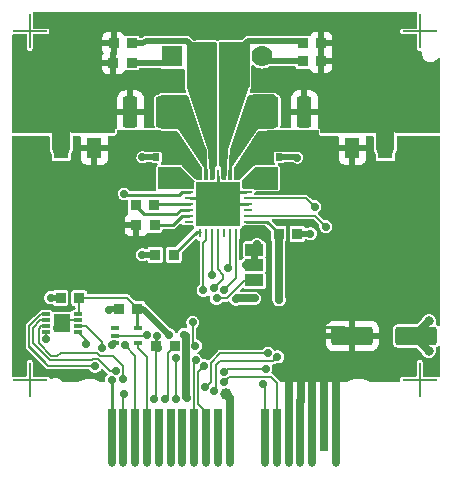
<source format=gtl>
G04 #@! TF.GenerationSoftware,KiCad,Pcbnew,(5.99.0-8491-gb8dfcb34c4)*
G04 #@! TF.CreationDate,2021-01-19T19:45:49+01:00*
G04 #@! TF.ProjectId,TMC2209_Driver,544d4332-3230-4395-9f44-72697665722e,rev?*
G04 #@! TF.SameCoordinates,PX67f3540PY6cb8080*
G04 #@! TF.FileFunction,Copper,L1,Top*
G04 #@! TF.FilePolarity,Positive*
%FSLAX46Y46*%
G04 Gerber Fmt 4.6, Leading zero omitted, Abs format (unit mm)*
G04 Created by KiCad (PCBNEW (5.99.0-8491-gb8dfcb34c4)) date 2021-01-19 19:45:49*
%MOMM*%
%LPD*%
G01*
G04 APERTURE LIST*
G04 Aperture macros list*
%AMRoundRect*
0 Rectangle with rounded corners*
0 $1 Rounding radius*
0 $2 $3 $4 $5 $6 $7 $8 $9 X,Y pos of 4 corners*
0 Add a 4 corners polygon primitive as box body*
4,1,4,$2,$3,$4,$5,$6,$7,$8,$9,$2,$3,0*
0 Add four circle primitives for the rounded corners*
1,1,$1+$1,$2,$3*
1,1,$1+$1,$4,$5*
1,1,$1+$1,$6,$7*
1,1,$1+$1,$8,$9*
0 Add four rect primitives between the rounded corners*
20,1,$1+$1,$2,$3,$4,$5,0*
20,1,$1+$1,$4,$5,$6,$7,0*
20,1,$1+$1,$6,$7,$8,$9,0*
20,1,$1+$1,$8,$9,$2,$3,0*%
G04 Aperture macros list end*
G04 #@! TA.AperFunction,SMDPad,CuDef*
%ADD10R,0.875000X0.950000*%
G04 #@! TD*
G04 #@! TA.AperFunction,SMDPad,CuDef*
%ADD11R,0.590000X0.640000*%
G04 #@! TD*
G04 #@! TA.AperFunction,SMDPad,CuDef*
%ADD12R,1.250000X1.750000*%
G04 #@! TD*
G04 #@! TA.AperFunction,SMDPad,CuDef*
%ADD13R,3.000000X0.127000*%
G04 #@! TD*
G04 #@! TA.AperFunction,SMDPad,CuDef*
%ADD14R,0.127000X3.000000*%
G04 #@! TD*
G04 #@! TA.AperFunction,ConnectorPad*
%ADD15C,0.650000*%
G04 #@! TD*
G04 #@! TA.AperFunction,ConnectorPad*
%ADD16R,0.650000X4.600000*%
G04 #@! TD*
G04 #@! TA.AperFunction,ConnectorPad*
%ADD17R,0.650000X3.600000*%
G04 #@! TD*
G04 #@! TA.AperFunction,ComponentPad*
%ADD18R,1.778000X1.778000*%
G04 #@! TD*
G04 #@! TA.AperFunction,ComponentPad*
%ADD19C,1.778000*%
G04 #@! TD*
G04 #@! TA.AperFunction,SMDPad,CuDef*
%ADD20R,0.800000X0.250000*%
G04 #@! TD*
G04 #@! TA.AperFunction,SMDPad,CuDef*
%ADD21R,0.250000X0.800000*%
G04 #@! TD*
G04 #@! TA.AperFunction,SMDPad,CuDef*
%ADD22R,3.700000X3.700000*%
G04 #@! TD*
G04 #@! TA.AperFunction,SMDPad,CuDef*
%ADD23RoundRect,0.250000X0.375000X1.075000X-0.375000X1.075000X-0.375000X-1.075000X0.375000X-1.075000X0*%
G04 #@! TD*
G04 #@! TA.AperFunction,SMDPad,CuDef*
%ADD24RoundRect,0.250000X-0.375000X-1.075000X0.375000X-1.075000X0.375000X1.075000X-0.375000X1.075000X0*%
G04 #@! TD*
G04 #@! TA.AperFunction,SMDPad,CuDef*
%ADD25R,0.650000X0.400000*%
G04 #@! TD*
G04 #@! TA.AperFunction,SMDPad,CuDef*
%ADD26RoundRect,0.250000X-1.500000X-0.550000X1.500000X-0.550000X1.500000X0.550000X-1.500000X0.550000X0*%
G04 #@! TD*
G04 #@! TA.AperFunction,SMDPad,CuDef*
%ADD27R,1.500000X1.000000*%
G04 #@! TD*
G04 #@! TA.AperFunction,SMDPad,CuDef*
%ADD28R,0.680000X0.300000*%
G04 #@! TD*
G04 #@! TA.AperFunction,SMDPad,CuDef*
%ADD29R,1.450000X1.560000*%
G04 #@! TD*
G04 #@! TA.AperFunction,ViaPad*
%ADD30C,0.700000*%
G04 #@! TD*
G04 #@! TA.AperFunction,ViaPad*
%ADD31C,1.000000*%
G04 #@! TD*
G04 #@! TA.AperFunction,ViaPad*
%ADD32C,0.800000*%
G04 #@! TD*
G04 #@! TA.AperFunction,Conductor*
%ADD33C,0.250000*%
G04 #@! TD*
G04 #@! TA.AperFunction,Conductor*
%ADD34C,0.650000*%
G04 #@! TD*
G04 #@! TA.AperFunction,Conductor*
%ADD35C,0.152400*%
G04 #@! TD*
G04 #@! TA.AperFunction,Conductor*
%ADD36C,0.508000*%
G04 #@! TD*
G04 #@! TA.AperFunction,Conductor*
%ADD37C,1.500000*%
G04 #@! TD*
G04 #@! TA.AperFunction,Conductor*
%ADD38C,0.254000*%
G04 #@! TD*
G04 #@! TA.AperFunction,Conductor*
%ADD39C,0.203200*%
G04 #@! TD*
G04 APERTURE END LIST*
G36*
X21050000Y18150000D02*
G01*
X20450000Y18150000D01*
X20450000Y18650000D01*
X21050000Y18650000D01*
X21050000Y18150000D01*
G37*
D10*
X22800500Y20401000D03*
X24375500Y20401000D03*
X12361000Y18623000D03*
X13936000Y18623000D03*
X10710000Y22814000D03*
X12285000Y22814000D03*
X10735500Y21163000D03*
X12310500Y21163000D03*
D11*
X21856000Y26878000D03*
X22826000Y26878000D03*
X13428000Y26878000D03*
X12458000Y26878000D03*
D12*
X7208000Y27640000D03*
X4408000Y27640000D03*
X29046000Y27640000D03*
X31846000Y27640000D03*
D13*
X1744000Y37546000D03*
D14*
X1744000Y37546000D03*
X34764000Y8000000D03*
D13*
X34764000Y8000000D03*
X34764000Y37546000D03*
D14*
X34764000Y37546000D03*
D13*
X1744000Y8000000D03*
D14*
X1744000Y8000000D03*
D15*
X10652800Y1014800D03*
X18652800Y1014800D03*
X14652800Y1014800D03*
X13652800Y1014800D03*
X16652800Y1014800D03*
X8652800Y1014800D03*
X25652800Y1014800D03*
X21652800Y1014800D03*
X12652800Y1014800D03*
X11652800Y1014800D03*
X15652800Y1014800D03*
X23652800Y1014800D03*
X24652800Y1014800D03*
X22652800Y1014800D03*
X17652800Y1014800D03*
X27652800Y1014800D03*
X9652800Y1014800D03*
D16*
X8652800Y3314800D03*
X9652800Y3314800D03*
X10652800Y3314800D03*
X11652800Y3314800D03*
X12652800Y3314800D03*
X13652800Y3314800D03*
X14652800Y3314800D03*
X15652800Y3314800D03*
X16652800Y3314800D03*
X17652800Y3314800D03*
X18652800Y3314800D03*
X21652800Y3314800D03*
X22652800Y3314800D03*
X23652800Y3314800D03*
X24652800Y3314800D03*
X25652800Y3314800D03*
D17*
X26652800Y3814800D03*
D16*
X27652800Y3314800D03*
D18*
X13809000Y35437800D03*
D19*
X16349000Y35437800D03*
X18889000Y35437800D03*
X21429000Y35437800D03*
D10*
X12412000Y10876000D03*
X13987000Y10876000D03*
D20*
X15182500Y24441000D03*
X15182500Y23941001D03*
X15182500Y23440999D03*
X15182500Y22941000D03*
X15182500Y22441001D03*
X15182500Y21940999D03*
X15182500Y21441000D03*
D21*
X16182500Y20441000D03*
X16682499Y20441000D03*
X17182501Y20441000D03*
X17682500Y20441000D03*
X18182499Y20441000D03*
X18682501Y20441000D03*
X19182500Y20441000D03*
D20*
X20182500Y21441000D03*
X20182500Y21940999D03*
X20182500Y22441001D03*
X20182500Y22941000D03*
X20182500Y23440999D03*
X20182500Y23941001D03*
X20182500Y24441000D03*
D21*
X19182500Y25441000D03*
X18682501Y25441000D03*
X18182499Y25441000D03*
X17682500Y25441000D03*
X17182501Y25441000D03*
X16682499Y25441000D03*
X16182500Y25441000D03*
D22*
X17682500Y22941000D03*
D10*
X26407500Y36530000D03*
X24832500Y36530000D03*
X26407500Y35006000D03*
X24832500Y35006000D03*
X8830500Y36530000D03*
X10405500Y36530000D03*
D23*
X24991000Y30738800D03*
X22191000Y30738800D03*
D24*
X10250000Y30713400D03*
X13050000Y30713400D03*
D10*
X8805000Y34879000D03*
X10380000Y34879000D03*
D25*
X8985500Y12415000D03*
X8985500Y11765000D03*
X8985500Y11115000D03*
X10885500Y11115000D03*
X10885500Y12415000D03*
D10*
X10850000Y14051000D03*
X9275000Y14051000D03*
X5909700Y14965400D03*
X4334700Y14965400D03*
D26*
X29050000Y11750000D03*
X34450000Y11750000D03*
D27*
X20750000Y19050000D03*
X20750000Y17750000D03*
X20750000Y16450000D03*
D28*
X3076400Y13581800D03*
X3076400Y13081800D03*
X3076400Y12581800D03*
X3076400Y12081800D03*
X5796400Y12081800D03*
X5796400Y12581800D03*
X5796400Y13081800D03*
X5796400Y13581800D03*
D29*
X4436400Y12831800D03*
D30*
X17085600Y24211000D03*
X18927100Y22306000D03*
X18927100Y23576000D03*
X18355600Y24211000D03*
X17720600Y22306000D03*
X17085600Y22941000D03*
X16450600Y22306000D03*
X16450600Y23576000D03*
X17720600Y23576000D03*
X18355600Y22941000D03*
X18355600Y21671000D03*
X17085600Y21671000D03*
D31*
X4030000Y33228000D03*
X7586000Y30942000D03*
X5808000Y33228000D03*
X7586000Y33228000D03*
X5808000Y30942000D03*
X1998000Y30942000D03*
X1998000Y33228000D03*
X4030000Y30942000D03*
X28414000Y30942000D03*
D30*
X11269000Y18623000D03*
D31*
X34002000Y30942000D03*
D30*
X3496600Y14990800D03*
X4055400Y12400000D03*
X8475000Y13987500D03*
X25493000Y20401000D03*
D32*
X35500000Y10500000D03*
D30*
X3081143Y11532112D03*
X8661749Y10998379D03*
X11269000Y26878000D03*
D31*
X34002000Y33228000D03*
X30446000Y33228000D03*
X28414000Y33228000D03*
X32224000Y33228000D03*
D30*
X21000000Y19500000D03*
D31*
X32224000Y30942000D03*
D32*
X35500000Y13000000D03*
D30*
X24375400Y26852600D03*
D31*
X30446000Y30942000D03*
D30*
X19422400Y32720000D03*
X18254000Y28224200D03*
X18330200Y32720000D03*
X18127000Y26497000D03*
X22368800Y25633400D03*
X20971800Y25633400D03*
X21683000Y25633400D03*
X22343400Y24566600D03*
X21657600Y24592000D03*
X17060200Y32720000D03*
X15968000Y32720000D03*
X17111000Y28224200D03*
X17238000Y26497000D03*
X12996200Y25582600D03*
X13707400Y25582600D03*
X14393200Y25582600D03*
X13682000Y24541200D03*
X12996200Y24541200D03*
X9812912Y10998379D03*
X9694200Y23804600D03*
X17352282Y7095226D03*
X25848600Y22687000D03*
X22699000Y9987000D03*
X9668800Y6822369D03*
X21886200Y10291800D03*
X8652800Y7980400D03*
X16551726Y7387998D03*
X26794710Y21010600D03*
X21714328Y8976928D03*
X18152149Y8666904D03*
X17182501Y16940338D03*
X9019485Y8759211D03*
X13148600Y6380200D03*
X12541045Y11741645D03*
X12285000Y6380200D03*
X18173287Y15679530D03*
X21491077Y7705937D03*
X7261198Y9199010D03*
X16440174Y15599740D03*
X13529600Y11866600D03*
D31*
X18317500Y6824700D03*
D30*
X22851400Y14813000D03*
X19192540Y14874260D03*
X20772955Y14930947D03*
X15002800Y6532600D03*
X14799600Y11866600D03*
X11654006Y11799326D03*
X17314200Y15778200D03*
X18159120Y7814521D03*
X9603597Y8138390D03*
X6519200Y11028400D03*
X16475638Y9216762D03*
X7833264Y10757845D03*
X15769412Y9694099D03*
X14114592Y9898588D03*
X15754937Y10932934D03*
X14113800Y6418300D03*
X15526244Y12892556D03*
X17543973Y14947617D03*
X18500000Y17500000D03*
X20000000Y17750000D03*
D33*
X12234200Y17302200D02*
X10964200Y17302200D01*
X29050000Y23106556D02*
X29050000Y11750000D01*
X10430800Y28122600D02*
X13500900Y28122600D01*
D34*
X26661400Y6273400D02*
X26661400Y8107400D01*
D33*
X14748800Y26878000D02*
X13428000Y26878000D01*
D34*
X23664200Y6276200D02*
X23664200Y8437600D01*
D33*
X21856000Y27022322D02*
X21856000Y26878000D01*
D34*
X27652800Y6264800D02*
X27652000Y6265600D01*
D33*
X13500900Y28122600D02*
X16182500Y25441000D01*
X19182500Y25441000D02*
X19255400Y25441000D01*
D34*
X23652800Y6264800D02*
X23664200Y6276200D01*
X26652800Y3814800D02*
X26652800Y6264800D01*
D33*
X29046000Y27640000D02*
X22473678Y27640000D01*
X28250000Y12550000D02*
X16986400Y12550000D01*
D34*
X24652800Y6264800D02*
X24654800Y6266800D01*
X27652000Y6265600D02*
X27652000Y8336000D01*
D33*
X16182500Y25444300D02*
X14748800Y26878000D01*
X19255400Y25441000D02*
X20692400Y26878000D01*
D34*
X24654800Y6266800D02*
X24654800Y8488400D01*
D33*
X16182500Y25441000D02*
X16182500Y25444300D01*
D34*
X23652800Y3314800D02*
X23652800Y6264800D01*
D33*
X22473678Y27640000D02*
X21856000Y27022322D01*
D34*
X25652800Y7987800D02*
X25899400Y8234400D01*
D33*
X7738400Y20528000D02*
X7738400Y25430200D01*
D34*
X25652800Y3314800D02*
X25652800Y7987800D01*
X27652800Y3314800D02*
X27652800Y6264800D01*
D33*
X29050000Y11750000D02*
X28250000Y12550000D01*
X19182500Y25441000D02*
X21221502Y27480002D01*
X10964200Y17302200D02*
X7738400Y20528000D01*
D34*
X24652800Y3314800D02*
X24652800Y6264800D01*
D33*
X7738400Y25430200D02*
X10430800Y28122600D01*
D34*
X26652800Y6264800D02*
X26661400Y6273400D01*
D33*
X24676554Y27480002D02*
X29050000Y23106556D01*
X16986400Y12550000D02*
X12234200Y17302200D01*
X20692400Y26878000D02*
X21856000Y26878000D01*
X21221502Y27480002D02*
X24676554Y27480002D01*
D35*
X3081143Y12012457D02*
X3081143Y11956376D01*
X3081143Y11956376D02*
X3081143Y11532112D01*
D36*
X3522000Y14965400D02*
X3496600Y14990800D01*
D37*
X31846000Y27640000D02*
X31846000Y29669000D01*
D36*
X22826000Y26878000D02*
X24350000Y26878000D01*
D34*
X34450000Y11750000D02*
X34450000Y11550000D01*
X34450000Y11950000D02*
X35500000Y13000000D01*
D36*
X12458000Y26878000D02*
X11269000Y26878000D01*
X8985500Y11115000D02*
X8947968Y11152532D01*
D37*
X4408000Y27640000D02*
X4408000Y29542000D01*
D36*
X12361000Y18623000D02*
X11269000Y18623000D01*
D35*
X3011800Y12081800D02*
X3081143Y12012457D01*
D36*
X8947968Y11152532D02*
X8815902Y11152532D01*
X8815902Y11152532D02*
X8661749Y10998379D01*
D38*
X20750000Y19250000D02*
X21000000Y19500000D01*
D36*
X24350000Y26878000D02*
X24375400Y26852600D01*
D38*
X17682500Y25288100D02*
X17682500Y23614100D01*
D36*
X4334700Y14965400D02*
X3522000Y14965400D01*
X8538500Y14051000D02*
X8475000Y13987500D01*
D34*
X34450000Y11750000D02*
X34450000Y11950000D01*
D36*
X24375500Y20401000D02*
X25493000Y20401000D01*
D35*
X5796400Y13081800D02*
X4686400Y13081800D01*
D34*
X34450000Y11550000D02*
X35500000Y10500000D01*
D38*
X18682501Y21426401D02*
X18927100Y21671000D01*
D36*
X9275000Y14051000D02*
X8538500Y14051000D01*
D38*
X18682501Y23941001D02*
X17682500Y22941000D01*
X20182500Y22941000D02*
X17682500Y22941000D01*
D35*
X4686400Y13081800D02*
X4436400Y12831800D01*
D38*
X20750000Y19050000D02*
X20750000Y19250000D01*
X15335400Y23440999D02*
X17182501Y23440999D01*
X17682500Y23614100D02*
X17720600Y23576000D01*
X20029600Y23941001D02*
X18682501Y23941001D01*
X17182501Y23440999D02*
X17682500Y22941000D01*
X15182500Y21940999D02*
X14654577Y21940999D01*
X13876578Y21163000D02*
X13002000Y21163000D01*
X13002000Y21163000D02*
X12310500Y21163000D01*
X14654577Y21940999D02*
X13876578Y21163000D01*
D36*
X24832500Y36530000D02*
X24832500Y36567500D01*
X19777999Y36326799D02*
X18889000Y35437800D01*
X24666799Y36733201D02*
X20184401Y36733201D01*
X24832500Y36567500D02*
X24666799Y36733201D01*
X20184401Y36733201D02*
X19777999Y36326799D01*
X24832500Y35006000D02*
X21860800Y35006000D01*
X21860800Y35006000D02*
X21429000Y35437800D01*
X11351000Y36530000D02*
X11554201Y36733201D01*
X15053599Y36733201D02*
X15460001Y36326799D01*
X15460001Y36326799D02*
X16349000Y35437800D01*
X11554201Y36733201D02*
X15053599Y36733201D01*
X10405500Y36530000D02*
X11351000Y36530000D01*
X10380000Y34879000D02*
X13250200Y34879000D01*
X13250200Y34879000D02*
X13809000Y35437800D01*
D38*
X9795800Y23703000D02*
X9694200Y23804600D01*
X15335400Y23941001D02*
X14626601Y23941001D01*
D35*
X10652800Y3314800D02*
X10652800Y10093328D01*
D38*
X14388600Y23703000D02*
X9795800Y23703000D01*
D35*
X9797749Y10983216D02*
X9812912Y10998379D01*
X10652800Y10093328D02*
X9797749Y10948379D01*
X9797749Y10948379D02*
X9797749Y10983216D01*
D38*
X14626601Y23941001D02*
X14388600Y23703000D01*
D35*
X25094601Y23440999D02*
X25848600Y22687000D01*
X20182500Y23440999D02*
X25094601Y23440999D01*
X17483320Y8583284D02*
X17483320Y8454320D01*
X9652800Y3314800D02*
X9652800Y6806369D01*
X22699000Y9987000D02*
X22357051Y9645051D01*
X17483320Y9319822D02*
X17808549Y9645051D01*
X9652800Y6806369D02*
X9668800Y6822369D01*
X17483320Y8454320D02*
X17483320Y7226264D01*
X25112000Y23423600D02*
X25848600Y22687000D01*
X17483320Y7226264D02*
X17352282Y7095226D01*
X17483320Y8454320D02*
X17483320Y9319822D01*
X22357051Y9645051D02*
X17808549Y9645051D01*
D38*
X8652800Y7980400D02*
X8652800Y3314800D01*
D35*
X17054240Y9494492D02*
X17054240Y7890512D01*
X20029600Y21940999D02*
X25864311Y21940999D01*
X17851548Y10291800D02*
X17054240Y9494492D01*
X21886200Y10291800D02*
X17851548Y10291800D01*
X26394711Y21410599D02*
X26794710Y21010600D01*
X17054240Y7890512D02*
X16551726Y7387998D01*
X25864311Y21940999D02*
X26394711Y21410599D01*
X10885500Y10762600D02*
X10885500Y11115000D01*
X11652800Y6174200D02*
X11661187Y6182587D01*
X11661187Y9986913D02*
X10885500Y10762600D01*
X11652800Y3314800D02*
X11652800Y6174200D01*
X11661187Y6182587D02*
X11661187Y9986913D01*
D38*
X15869400Y20593900D02*
X16182500Y20593900D01*
X13936000Y18660500D02*
X15869400Y20593900D01*
X13936000Y18623000D02*
X13936000Y18660500D01*
X15182500Y22441001D02*
X14528500Y22441001D01*
X14147098Y22059599D02*
X11426901Y22059599D01*
X11426901Y22059599D02*
X10710000Y22776500D01*
X14528500Y22441001D02*
X14147098Y22059599D01*
X10710000Y22776500D02*
X10710000Y22814000D01*
X15335400Y22941000D02*
X12412000Y22941000D01*
X12412000Y22941000D02*
X12285000Y22814000D01*
D35*
X2634800Y13081800D02*
X1998000Y12445000D01*
X3011800Y13081800D02*
X2711800Y13081800D01*
X3413871Y9739529D02*
X6965361Y9739529D01*
X8524511Y8759211D02*
X9019485Y8759211D01*
X18462173Y8976928D02*
X18152149Y8666904D01*
X1998000Y12445000D02*
X1998000Y11155400D01*
X17182501Y20441000D02*
X17182501Y16940338D01*
X7003452Y9777620D02*
X7506102Y9777620D01*
X3101800Y13081800D02*
X2634800Y13081800D01*
X7506102Y9777620D02*
X8524511Y8759211D01*
X17182501Y16940338D02*
X17272826Y16850013D01*
X6965361Y9739529D02*
X7003452Y9777620D01*
X1998000Y11155400D02*
X3413871Y9739529D01*
X21714328Y8976928D02*
X18462173Y8976928D01*
D34*
X13986800Y10875800D02*
X13987000Y10876000D01*
D39*
X13402600Y10291600D02*
X13402600Y7015200D01*
D35*
X13148600Y6380200D02*
X13402600Y6634200D01*
X13402600Y6634200D02*
X13402600Y7015200D01*
D39*
X13987000Y10876000D02*
X13402600Y10291600D01*
X12412000Y10876000D02*
X12412000Y10197800D01*
X12412000Y10197800D02*
X12386600Y10172400D01*
D35*
X19182500Y16688743D02*
X18173287Y15679530D01*
D38*
X12412000Y11612600D02*
X12541045Y11741645D01*
D35*
X19182500Y20441000D02*
X19182500Y16688743D01*
D34*
X12564400Y10723600D02*
X12412000Y10876000D01*
D38*
X12412000Y10876000D02*
X12412000Y11612600D01*
D39*
X12386600Y6481800D02*
X12285000Y6380200D01*
X12386600Y10172400D02*
X12386600Y6481800D01*
D35*
X1743989Y10774411D02*
X2836200Y9682200D01*
X21652800Y7544214D02*
X21491077Y7705937D01*
X2693575Y13581800D02*
X2212087Y13100313D01*
X7211189Y9249019D02*
X7261198Y9199010D01*
X3101800Y13581800D02*
X2693575Y13581800D01*
X2212087Y13100313D02*
X2212087Y13090153D01*
X16440174Y19646275D02*
X16440174Y15599740D01*
X16682499Y19888600D02*
X16440174Y19646275D01*
X1693190Y12571256D02*
X1693190Y10825210D01*
X1693190Y10825210D02*
X1693192Y10825208D01*
X2836200Y9682200D02*
X3269381Y9249019D01*
X2836200Y9682200D02*
X2940990Y9577410D01*
D38*
X21784600Y3446600D02*
X21652800Y3314800D01*
D35*
X16682499Y20441000D02*
X16682499Y19888600D01*
X2212087Y13090153D02*
X1693190Y12571256D01*
X21652800Y3314800D02*
X21652800Y7544214D01*
X3269381Y9249019D02*
X7211189Y9249019D01*
X1693192Y10825208D02*
X3269381Y9249019D01*
D39*
X10850000Y14051000D02*
X10850000Y14088500D01*
X6550400Y14965400D02*
X5909700Y14965400D01*
D38*
X22800500Y20438500D02*
X22800500Y20401000D01*
X21798000Y21441000D02*
X22800500Y20438500D01*
X10850000Y14013500D02*
X10850000Y14051000D01*
D34*
X22800500Y14863900D02*
X22851400Y14813000D01*
D36*
X10850000Y14051000D02*
X11345200Y14051000D01*
D34*
X14942002Y10538370D02*
X14942002Y6593398D01*
X18652800Y6372600D02*
X18660400Y6380200D01*
X18652800Y6489400D02*
X18317500Y6824700D01*
X18652800Y6372600D02*
X18652800Y6489400D01*
D39*
X5911800Y13581800D02*
X5911800Y14963300D01*
D34*
X14799600Y11866600D02*
X14927536Y11738664D01*
D36*
X11345200Y14051000D02*
X13529600Y11866600D01*
D34*
X14942002Y6593398D02*
X15002800Y6532600D01*
X18652800Y3314800D02*
X18652800Y6372600D01*
X20772955Y14930947D02*
X19249227Y14930947D01*
X14927536Y11738664D02*
X14927536Y10552836D01*
D39*
X5911800Y14963300D02*
X5909700Y14965400D01*
X9973100Y14965400D02*
X6550400Y14965400D01*
D34*
X20717723Y14930947D02*
X20772955Y14930947D01*
X19249227Y14930947D02*
X19192540Y14874260D01*
D39*
X10850000Y14088500D02*
X9973100Y14965400D01*
D38*
X10850000Y14051000D02*
X10850000Y12450500D01*
D34*
X14927536Y10552836D02*
X14942002Y10538370D01*
D38*
X10850000Y12450500D02*
X10885500Y12415000D01*
D34*
X22800500Y20401000D02*
X22800500Y14863900D01*
D38*
X20029600Y21441000D02*
X21798000Y21441000D01*
D35*
X17682500Y17387170D02*
X18118677Y16950993D01*
X17682500Y20441000D02*
X17682500Y17387170D01*
X18118677Y16950993D02*
X18118677Y16582677D01*
X18118677Y16582677D02*
X17314200Y15778200D01*
D39*
X8985500Y11765000D02*
X11619680Y11765000D01*
X11619680Y11765000D02*
X11654006Y11799326D01*
D35*
X2711800Y12581800D02*
X2472491Y12342492D01*
X7716227Y10059239D02*
X8739846Y10059239D01*
X20234547Y8284547D02*
X22166253Y8284547D01*
X21479147Y8284547D02*
X20742547Y8284547D01*
X2472491Y12342492D02*
X2472491Y11112709D01*
X9603597Y9195488D02*
X9603597Y8138390D01*
X8739846Y10059239D02*
X9603597Y9195488D01*
X20234547Y8284547D02*
X22026553Y8284547D01*
X3525961Y10059239D02*
X4076839Y10059239D01*
X20862312Y8284547D02*
X20742547Y8284547D01*
X4076839Y10059239D02*
X4334809Y10317209D01*
X19904347Y8284547D02*
X20234547Y8284547D01*
X18629146Y8284547D02*
X18159120Y7814521D01*
X22026553Y8284547D02*
X21479147Y8284547D01*
X4334809Y10317209D02*
X7458257Y10317209D01*
X3011800Y12581800D02*
X2711800Y12581800D01*
X3860329Y10059239D02*
X4076839Y10059239D01*
X2472491Y11112709D02*
X3525961Y10059239D01*
X22652800Y7803208D02*
X22652800Y3314800D01*
X22166253Y8284547D02*
X22647592Y7803208D01*
X19904347Y8284547D02*
X21479147Y8284547D01*
X7458257Y10317209D02*
X7716227Y10059239D01*
X22647592Y7803208D02*
X22652800Y7803208D01*
X19904347Y8284547D02*
X18629146Y8284547D01*
X22166253Y8284547D02*
X22026553Y8284547D01*
X16652800Y5289800D02*
X15973124Y5969476D01*
X15973124Y5969476D02*
X15973124Y8714248D01*
X16652800Y3314800D02*
X16652800Y5289800D01*
X6519200Y11028400D02*
X6519200Y11384400D01*
X15973124Y8714248D02*
X16475638Y9216762D01*
X6519200Y11384400D02*
X5821800Y12081800D01*
X6504283Y12581800D02*
X7833264Y11252819D01*
X15652800Y9577487D02*
X15769412Y9694099D01*
X7833264Y11252819D02*
X7833264Y10757845D01*
X5911800Y12581800D02*
X6504283Y12581800D01*
X15652800Y3314800D02*
X15652800Y9577487D01*
X18447617Y14947617D02*
X17543973Y14947617D01*
X19950000Y16450000D02*
X18447617Y14947617D01*
X14113800Y9897796D02*
X14114592Y9898588D01*
X20750000Y16450000D02*
X19950000Y16450000D01*
X14113800Y6418300D02*
X14113800Y9897796D01*
X15526244Y11161627D02*
X15754937Y10932934D01*
X15526244Y12892556D02*
X15526244Y11161627D01*
X18500000Y17500000D02*
X18682501Y17682501D01*
D33*
X20750000Y17750000D02*
X20000000Y17750000D01*
D35*
X18682501Y17682501D02*
X18682501Y20441000D01*
G04 #@! TA.AperFunction,Conductor*
G36*
X14105760Y32172296D02*
G01*
X14975731Y32162630D01*
X15043624Y32141873D01*
X15089518Y32087704D01*
X15093215Y32078377D01*
X16578937Y27845088D01*
X16699677Y27501062D01*
X16706652Y27465165D01*
X16726278Y27041236D01*
X16745776Y26620084D01*
X16744411Y26594872D01*
X16731519Y26512078D01*
X16731519Y26512074D01*
X16730138Y26503205D01*
X16731302Y26494303D01*
X16731302Y26494300D01*
X16747645Y26369321D01*
X16747646Y26369317D01*
X16748810Y26360416D01*
X16752426Y26352197D01*
X16754840Y26343553D01*
X16753154Y26343082D01*
X16759939Y26314149D01*
X16776131Y25964408D01*
X16783591Y25923861D01*
X16784926Y25919802D01*
X16784929Y25919788D01*
X16796874Y25883454D01*
X16798884Y25876714D01*
X16799858Y25873078D01*
X16800937Y25864886D01*
X16804098Y25857255D01*
X16806236Y25849276D01*
X16805372Y25849045D01*
X16812999Y25810702D01*
X16812999Y25174493D01*
X16813040Y25170963D01*
X16813175Y25165136D01*
X16813297Y25161618D01*
X16815387Y25116472D01*
X16817042Y25080727D01*
X16800212Y25011754D01*
X16748764Y24962830D01*
X16691177Y24948900D01*
X16602000Y24948900D01*
X16533879Y24968902D01*
X16487386Y25022558D01*
X16476000Y25074900D01*
X16476000Y25989000D01*
X16465653Y26004521D01*
X16465652Y26004523D01*
X14301649Y29250526D01*
X14291600Y29265600D01*
X14279139Y29265815D01*
X14279138Y29265815D01*
X12942228Y29288865D01*
X12874462Y29310038D01*
X12828901Y29364487D01*
X12818400Y29414846D01*
X12818400Y32059192D01*
X12838402Y32127313D01*
X12892058Y32173806D01*
X12945800Y32185184D01*
X14105760Y32172296D01*
G37*
G04 #@! TD.AperFunction*
G04 #@! TA.AperFunction,Conductor*
G36*
X19471415Y36640084D02*
G01*
X20212035Y36632823D01*
X20279957Y36612154D01*
X20325921Y36558045D01*
X20336800Y36506829D01*
X20336800Y32842695D01*
X20329929Y32801655D01*
X18508000Y27513000D01*
X18507513Y27504313D01*
X18419361Y25932275D01*
X18412687Y25903023D01*
X18411620Y25901426D01*
X18399601Y25841000D01*
X18399601Y25583407D01*
X18399403Y25576354D01*
X18371285Y25074900D01*
X18370889Y25067846D01*
X18347105Y25000952D01*
X18290930Y24957536D01*
X18245087Y24948900D01*
X18091400Y24948900D01*
X18023279Y24968902D01*
X17976786Y25022558D01*
X17965400Y25074900D01*
X17965400Y25841000D01*
X17953381Y25901426D01*
X17954875Y25901723D01*
X17949200Y25930255D01*
X17949200Y25963600D01*
X17764691Y26263427D01*
X17746000Y26329463D01*
X17746000Y36529759D01*
X17766002Y36597880D01*
X17819658Y36644373D01*
X17873233Y36655753D01*
X19471415Y36640084D01*
G37*
G04 #@! TD.AperFunction*
G04 #@! TA.AperFunction,Conductor*
G36*
X22462139Y32191340D02*
G01*
X22509225Y32138204D01*
X22521200Y32084592D01*
X22521200Y29440246D01*
X22501198Y29372125D01*
X22447542Y29325632D01*
X22397372Y29314265D01*
X21048000Y29291000D01*
X21041086Y29280629D01*
X18873948Y26029923D01*
X18873947Y26029921D01*
X18863600Y26014400D01*
X18863600Y25074900D01*
X18843598Y25006779D01*
X18789942Y24960286D01*
X18737600Y24948900D01*
X18650122Y24948900D01*
X18582001Y24968902D01*
X18535508Y25022558D01*
X18524320Y25081954D01*
X18534174Y25257688D01*
X18551564Y25567822D01*
X18551743Y25572077D01*
X18551941Y25579130D01*
X18552001Y25583407D01*
X18552001Y25813583D01*
X18554422Y25838162D01*
X18558898Y25860667D01*
X18560866Y25868188D01*
X18561269Y25869123D01*
X18567943Y25898375D01*
X18571522Y25923743D01*
X18575063Y25986881D01*
X18591522Y26280404D01*
X18603931Y26328286D01*
X18606942Y26334502D01*
X18610857Y26342582D01*
X18634748Y26484591D01*
X18634900Y26497000D01*
X18614485Y26639551D01*
X18616059Y26639776D01*
X18613115Y26665477D01*
X18657998Y27465900D01*
X18664671Y27499886D01*
X18703430Y27612394D01*
X20250477Y32103128D01*
X20291575Y32161017D01*
X20357448Y32187498D01*
X20368201Y32188078D01*
X20920640Y32194216D01*
X22393800Y32210584D01*
X22462139Y32191340D01*
G37*
G04 #@! TD.AperFunction*
G04 #@! TA.AperFunction,Conductor*
G36*
X22717321Y26045198D02*
G01*
X22763814Y25991542D01*
X22775200Y25939200D01*
X22775200Y24260800D01*
X22755198Y24192679D01*
X22701542Y24146186D01*
X22649200Y24134800D01*
X20785773Y24134800D01*
X20717652Y24154802D01*
X20699818Y24169173D01*
X20694152Y24177653D01*
X20683836Y24184546D01*
X20683834Y24184548D01*
X20653248Y24204985D01*
X20642926Y24211882D01*
X20630751Y24214304D01*
X20630750Y24214304D01*
X20588570Y24222694D01*
X20588567Y24222694D01*
X20582500Y24223901D01*
X19816400Y24223901D01*
X19748279Y24243903D01*
X19701786Y24297559D01*
X19690400Y24349901D01*
X19690400Y24791000D01*
X19689194Y24797066D01*
X19689193Y24797071D01*
X19679449Y24846058D01*
X19685778Y24916772D01*
X19713933Y24959733D01*
X20782495Y26028295D01*
X20844807Y26062321D01*
X20871590Y26065200D01*
X22649200Y26065200D01*
X22717321Y26045198D01*
G37*
G04 #@! TD.AperFunction*
G04 #@! TA.AperFunction,Conductor*
G36*
X26178800Y23423600D02*
G01*
X25442200Y23423600D01*
X25435986Y23423610D01*
X25261622Y23597974D01*
X25257081Y23602759D01*
X25241065Y23620547D01*
X25241064Y23620548D01*
X25232202Y23630390D01*
X25213253Y23638826D01*
X25195887Y23648255D01*
X25178495Y23659550D01*
X25165418Y23661621D01*
X25158317Y23664347D01*
X25152328Y23665952D01*
X25143273Y23669983D01*
X25142169Y23670099D01*
X25121809Y23670099D01*
X25102098Y23671650D01*
X25095426Y23672707D01*
X25095425Y23672707D01*
X25082349Y23674778D01*
X25069561Y23671351D01*
X25056331Y23670658D01*
X25056305Y23671153D01*
X25048296Y23670099D01*
X20864440Y23670099D01*
X20796319Y23690101D01*
X20749826Y23743757D01*
X20739047Y23808448D01*
X20739193Y23809935D01*
X20740400Y23816001D01*
X20740400Y23856400D01*
X20760402Y23924521D01*
X20814058Y23971014D01*
X20866400Y23982400D01*
X22649200Y23982400D01*
X22681594Y23985883D01*
X22733936Y23997269D01*
X22801343Y24031010D01*
X22854999Y24077503D01*
X22859869Y24085080D01*
X22859871Y24085083D01*
X22896554Y24142164D01*
X22901425Y24149743D01*
X22905993Y24165300D01*
X22920158Y24213541D01*
X22920159Y24213545D01*
X22921427Y24217864D01*
X22922068Y24222319D01*
X22926961Y24256352D01*
X22926961Y24256359D01*
X22927600Y24260800D01*
X22927600Y25939200D01*
X22924117Y25971594D01*
X22912731Y26023936D01*
X22878990Y26091343D01*
X22832497Y26144999D01*
X22824920Y26149869D01*
X22824917Y26149871D01*
X22796548Y26168102D01*
X22750055Y26221758D01*
X22739951Y26292032D01*
X22769445Y26356612D01*
X22829171Y26394996D01*
X22864669Y26400100D01*
X23121000Y26400100D01*
X23127067Y26401307D01*
X23127070Y26401307D01*
X23169250Y26409697D01*
X23169251Y26409697D01*
X23181426Y26412119D01*
X23192588Y26419577D01*
X23232652Y26446348D01*
X23234438Y26443676D01*
X23279388Y26468221D01*
X23306171Y26471100D01*
X24003082Y26471100D01*
X24072901Y26449987D01*
X24149270Y26399151D01*
X24149273Y26399150D01*
X24156743Y26394177D01*
X24165307Y26391501D01*
X24165310Y26391500D01*
X24285629Y26353909D01*
X24285633Y26353908D01*
X24294196Y26351233D01*
X24359739Y26350032D01*
X24429199Y26348759D01*
X24429202Y26348759D01*
X24438177Y26348595D01*
X24446840Y26350957D01*
X24446842Y26350957D01*
X24568447Y26384110D01*
X24577111Y26386472D01*
X24662896Y26439144D01*
X24692182Y26457126D01*
X24699830Y26461822D01*
X24732191Y26497574D01*
X24790440Y26561926D01*
X24790441Y26561927D01*
X24796468Y26568586D01*
X24820322Y26617819D01*
X24855343Y26690103D01*
X24855344Y26690105D01*
X24859257Y26698182D01*
X24883148Y26840191D01*
X24883300Y26852600D01*
X24862885Y26995151D01*
X24803282Y27126242D01*
X24709281Y27235335D01*
X24588440Y27313660D01*
X24450472Y27354921D01*
X24441496Y27354976D01*
X24441495Y27354976D01*
X24381082Y27355345D01*
X24306470Y27355801D01*
X24168009Y27316228D01*
X24160420Y27311440D01*
X24160416Y27311438D01*
X24149163Y27304338D01*
X24081929Y27284900D01*
X23306171Y27284900D01*
X23238050Y27304902D01*
X23233231Y27308786D01*
X23232652Y27309652D01*
X23228654Y27312324D01*
X23191748Y27336984D01*
X23181426Y27343881D01*
X23169251Y27346303D01*
X23169250Y27346303D01*
X23127070Y27354693D01*
X23127067Y27354693D01*
X23121000Y27355900D01*
X22531000Y27355900D01*
X22524933Y27354693D01*
X22524930Y27354693D01*
X22482750Y27346303D01*
X22482749Y27346303D01*
X22470574Y27343881D01*
X22460252Y27336984D01*
X22456047Y27334174D01*
X22419348Y27309652D01*
X22385119Y27258426D01*
X22382697Y27246251D01*
X22382697Y27246250D01*
X22379174Y27228535D01*
X22373100Y27198000D01*
X22373100Y26558000D01*
X22385119Y26497574D01*
X22419348Y26446348D01*
X22429664Y26439455D01*
X22436424Y26432695D01*
X22470450Y26370383D01*
X22465385Y26299568D01*
X22422838Y26242732D01*
X22356318Y26217921D01*
X22347329Y26217600D01*
X20871590Y26217600D01*
X20855302Y26216727D01*
X20853631Y26216547D01*
X20853614Y26216546D01*
X20834677Y26214510D01*
X20834676Y26214510D01*
X20828519Y26213848D01*
X20796620Y26203860D01*
X20777672Y26197927D01*
X20777669Y26197926D01*
X20771768Y26196078D01*
X20766344Y26193116D01*
X20766339Y26193114D01*
X20740264Y26178875D01*
X20709456Y26162052D01*
X20674732Y26136058D01*
X19606170Y25067496D01*
X19604140Y25065000D01*
X19604132Y25064991D01*
X19593186Y25051531D01*
X19586467Y25043269D01*
X19562551Y25006775D01*
X19561934Y25005834D01*
X19507865Y24959823D01*
X19456549Y24948900D01*
X19142000Y24948900D01*
X19073879Y24968902D01*
X19027386Y25022558D01*
X19016000Y25074900D01*
X19016000Y25930110D01*
X19037162Y26000002D01*
X21093861Y29085049D01*
X21148290Y29130634D01*
X21196527Y29141138D01*
X22396754Y29161832D01*
X22396755Y29161832D01*
X22399999Y29161888D01*
X22410002Y29163094D01*
X22425084Y29164000D01*
X26178815Y29164000D01*
X26178800Y23423600D01*
G37*
G04 #@! TD.AperFunction*
G04 #@! TA.AperFunction,Conductor*
G36*
X12849198Y29158266D02*
G01*
X12896778Y29143400D01*
X12917843Y29140000D01*
X12935151Y29137206D01*
X12935155Y29137206D01*
X12939601Y29136488D01*
X12944106Y29136410D01*
X12944110Y29136410D01*
X14143073Y29115738D01*
X14210839Y29094565D01*
X14245739Y29059649D01*
X16302438Y25974602D01*
X16323600Y25904710D01*
X16323600Y25074900D01*
X16303598Y25006779D01*
X16249942Y24960286D01*
X16197600Y24948900D01*
X15889316Y24948900D01*
X15821195Y24968902D01*
X15783321Y25006775D01*
X15782763Y25007643D01*
X15780610Y25011586D01*
X15754616Y25046310D01*
X14639468Y26161458D01*
X14627335Y26172357D01*
X14606361Y26189260D01*
X14563986Y26211427D01*
X14559150Y26213957D01*
X14559148Y26213958D01*
X14553667Y26216825D01*
X14531691Y26223278D01*
X14489869Y26235558D01*
X14489865Y26235559D01*
X14485546Y26236827D01*
X14481098Y26237467D01*
X14481091Y26237468D01*
X14447058Y26242361D01*
X14447051Y26242361D01*
X14442610Y26243000D01*
X12962071Y26243000D01*
X12893950Y26263002D01*
X12847457Y26316658D01*
X12837353Y26386932D01*
X12864417Y26446191D01*
X12864652Y26446348D01*
X12898881Y26497574D01*
X12910900Y26558000D01*
X12910900Y27198000D01*
X12904827Y27228535D01*
X12901303Y27246250D01*
X12901303Y27246251D01*
X12898881Y27258426D01*
X12864652Y27309652D01*
X12827953Y27334174D01*
X12823748Y27336984D01*
X12813426Y27343881D01*
X12801251Y27346303D01*
X12801250Y27346303D01*
X12759070Y27354693D01*
X12759067Y27354693D01*
X12753000Y27355900D01*
X12163000Y27355900D01*
X12156933Y27354693D01*
X12156930Y27354693D01*
X12114750Y27346303D01*
X12114749Y27346303D01*
X12102574Y27343881D01*
X12092252Y27336984D01*
X12088047Y27334174D01*
X12051348Y27309652D01*
X12049562Y27312324D01*
X12004612Y27287779D01*
X11977829Y27284900D01*
X11602861Y27284900D01*
X11534329Y27305168D01*
X11523289Y27312324D01*
X11482040Y27339060D01*
X11344072Y27380321D01*
X11335096Y27380376D01*
X11335095Y27380376D01*
X11274682Y27380745D01*
X11200070Y27381201D01*
X11061609Y27341628D01*
X11054022Y27336841D01*
X11054020Y27336840D01*
X11010930Y27309652D01*
X10939820Y27264785D01*
X10844493Y27156849D01*
X10783293Y27026496D01*
X10781912Y27017628D01*
X10781912Y27017627D01*
X10778413Y26995151D01*
X10761138Y26884205D01*
X10762302Y26875303D01*
X10762302Y26875300D01*
X10767521Y26835394D01*
X10779810Y26741416D01*
X10783424Y26733202D01*
X10783425Y26733199D01*
X10794938Y26707034D01*
X10837807Y26609606D01*
X10930468Y26499373D01*
X10937939Y26494400D01*
X10937940Y26494399D01*
X11042870Y26424551D01*
X11042873Y26424550D01*
X11050343Y26419577D01*
X11058907Y26416901D01*
X11058910Y26416900D01*
X11179229Y26379309D01*
X11179233Y26379308D01*
X11187796Y26376633D01*
X11253339Y26375432D01*
X11322799Y26374159D01*
X11322802Y26374159D01*
X11331777Y26373995D01*
X11340440Y26376357D01*
X11340442Y26376357D01*
X11462047Y26409510D01*
X11470711Y26411872D01*
X11536840Y26452475D01*
X11602768Y26471100D01*
X11977829Y26471100D01*
X12045950Y26451098D01*
X12050769Y26447214D01*
X12051348Y26446348D01*
X12054249Y26444409D01*
X12054251Y26444408D01*
X12092252Y26419016D01*
X12102574Y26412119D01*
X12114749Y26409697D01*
X12114750Y26409697D01*
X12156930Y26401307D01*
X12156933Y26401307D01*
X12163000Y26400100D01*
X12437840Y26400100D01*
X12505961Y26380098D01*
X12552454Y26326442D01*
X12562558Y26256168D01*
X12533064Y26191588D01*
X12520354Y26178877D01*
X12484601Y26147897D01*
X12479731Y26140320D01*
X12479729Y26140317D01*
X12462906Y26114139D01*
X12438175Y26075657D01*
X12418173Y26007536D01*
X12417533Y26003088D01*
X12417532Y26003081D01*
X12413006Y25971594D01*
X12412000Y25964600D01*
X12412000Y24286200D01*
X12415483Y24253806D01*
X12426869Y24201464D01*
X12430399Y24194412D01*
X12444971Y24165300D01*
X12457577Y24095431D01*
X12430408Y24029839D01*
X12372090Y23989348D01*
X12332299Y23982900D01*
X10246555Y23982900D01*
X10178434Y24002902D01*
X10131854Y24056750D01*
X10125800Y24070066D01*
X10125798Y24070069D01*
X10122082Y24078242D01*
X10028081Y24187335D01*
X9907240Y24265660D01*
X9769272Y24306921D01*
X9760296Y24306976D01*
X9760295Y24306976D01*
X9699882Y24307345D01*
X9625270Y24307801D01*
X9486809Y24268228D01*
X9479222Y24263441D01*
X9479220Y24263440D01*
X9463951Y24253806D01*
X9365020Y24191385D01*
X9359077Y24184656D01*
X9328243Y24149743D01*
X9269693Y24083449D01*
X9208493Y23953096D01*
X9186338Y23810805D01*
X9205010Y23668016D01*
X9208624Y23659802D01*
X9208625Y23659799D01*
X9259393Y23544419D01*
X9263007Y23536206D01*
X9336608Y23448648D01*
X9110000Y23449000D01*
X9109985Y29164000D01*
X12811622Y29164000D01*
X12849198Y29158266D01*
G37*
G04 #@! TD.AperFunction*
G04 #@! TA.AperFunction,Conductor*
G36*
X14510731Y26070598D02*
G01*
X14531705Y26053695D01*
X15646853Y24938547D01*
X15680879Y24876235D01*
X15681337Y24824873D01*
X15674600Y24791000D01*
X15674600Y24349901D01*
X15654598Y24281780D01*
X15600942Y24235287D01*
X15548600Y24223901D01*
X14782500Y24223901D01*
X14776430Y24222694D01*
X14770271Y24222087D01*
X14770240Y24222401D01*
X14755009Y24220901D01*
X14676049Y24220901D01*
X14673288Y24221104D01*
X14668220Y24222844D01*
X14656597Y24222408D01*
X14656595Y24222408D01*
X14618824Y24220990D01*
X14614098Y24220901D01*
X14599755Y24220901D01*
X14595741Y24220153D01*
X14594658Y24220083D01*
X14589803Y24219901D01*
X14563967Y24218931D01*
X14553275Y24214338D01*
X14546412Y24212791D01*
X14542034Y24211461D01*
X14535471Y24208929D01*
X14524038Y24206799D01*
X14505011Y24195071D01*
X14488645Y24186570D01*
X14476276Y24181256D01*
X14476274Y24181255D01*
X14468112Y24177748D01*
X14467681Y24177394D01*
X14406352Y24160200D01*
X12690400Y24160200D01*
X12622279Y24180202D01*
X12575786Y24233858D01*
X12564400Y24286200D01*
X12564400Y25964600D01*
X12584402Y26032721D01*
X12638058Y26079214D01*
X12690400Y26090600D01*
X14442610Y26090600D01*
X14510731Y26070598D01*
G37*
G04 #@! TD.AperFunction*
G04 #@! TA.AperFunction,Conductor*
G36*
X17534678Y36611020D02*
G01*
X17581695Y36557822D01*
X17593600Y36504359D01*
X17593600Y26304063D01*
X17574909Y26238027D01*
X17390400Y25938200D01*
X17390400Y25074900D01*
X17370398Y25006779D01*
X17316742Y24960286D01*
X17264400Y24948900D01*
X17096010Y24948900D01*
X17027889Y24968902D01*
X16981396Y25022558D01*
X16970145Y25069073D01*
X16965534Y25168666D01*
X16965399Y25174493D01*
X16965399Y25841000D01*
X16953380Y25901426D01*
X16946483Y25911748D01*
X16941735Y25923210D01*
X16943930Y25924119D01*
X16928368Y25971456D01*
X16857425Y27503817D01*
X16857000Y27513000D01*
X15009910Y32775942D01*
X15002800Y32817667D01*
X15002800Y36481429D01*
X15022802Y36549550D01*
X15076458Y36596043D01*
X15127565Y36607423D01*
X15868185Y36614684D01*
X17466366Y36630353D01*
X17534678Y36611020D01*
G37*
G04 #@! TD.AperFunction*
G04 #@! TA.AperFunction,Conductor*
G36*
X9110000Y23449000D02*
G01*
X9265534Y23448758D01*
X9365804Y23352602D01*
X9373372Y23348544D01*
X9373375Y23348542D01*
X9434069Y23315999D01*
X9499453Y23280941D01*
X9582644Y23262345D01*
X9639064Y23249733D01*
X9639066Y23249733D01*
X9647449Y23247859D01*
X9798890Y23255796D01*
X9846148Y23271700D01*
X9897611Y23289019D01*
X9968554Y23291789D01*
X10029732Y23255765D01*
X10061723Y23192384D01*
X10063800Y23169600D01*
X10063800Y22339000D01*
X10065007Y22332932D01*
X10077166Y22271805D01*
X10079686Y22259134D01*
X10086579Y22248818D01*
X10091330Y22237348D01*
X10088245Y22236070D01*
X10103420Y22187626D01*
X10084645Y22119157D01*
X10045560Y22079364D01*
X9969640Y22030574D01*
X9956153Y22018888D01*
X9872338Y21922160D01*
X9862693Y21907152D01*
X9809523Y21790725D01*
X9804498Y21773612D01*
X9785639Y21642446D01*
X9785000Y21633505D01*
X9785000Y21435115D01*
X9789475Y21419876D01*
X9790865Y21418671D01*
X9798548Y21417000D01*
X10863500Y21417000D01*
X10931621Y21396998D01*
X10978114Y21343342D01*
X10989500Y21291000D01*
X10989500Y20193115D01*
X10993975Y20177876D01*
X10995365Y20176671D01*
X11003048Y20175000D01*
X11170743Y20175000D01*
X11175250Y20175161D01*
X11239269Y20179740D01*
X11252491Y20182126D01*
X11377458Y20218819D01*
X11393692Y20226233D01*
X11501360Y20295426D01*
X11514847Y20307112D01*
X11598662Y20403840D01*
X11608306Y20418848D01*
X11617524Y20439032D01*
X11664017Y20492688D01*
X11732137Y20512690D01*
X11780355Y20503099D01*
X11782818Y20502079D01*
X11793134Y20495186D01*
X11805303Y20492766D01*
X11805304Y20492765D01*
X11861963Y20481495D01*
X11873000Y20479300D01*
X12748000Y20479300D01*
X12759037Y20481495D01*
X12815696Y20492765D01*
X12815697Y20492766D01*
X12827866Y20495186D01*
X12839709Y20503099D01*
X12885260Y20533536D01*
X12895573Y20540427D01*
X12940814Y20608134D01*
X12956700Y20688000D01*
X12956700Y20706300D01*
X12976702Y20774421D01*
X13030358Y20820914D01*
X13082700Y20832300D01*
X13857789Y20832300D01*
X13868771Y20831820D01*
X13894849Y20829538D01*
X13894851Y20829538D01*
X13905836Y20828577D01*
X13922010Y20832911D01*
X13942888Y20838505D01*
X13953621Y20840885D01*
X13980535Y20845630D01*
X13980537Y20845631D01*
X13991394Y20847545D01*
X14000945Y20853059D01*
X14004442Y20854332D01*
X14007801Y20855898D01*
X14018451Y20858752D01*
X14027482Y20865076D01*
X14027485Y20865077D01*
X14049880Y20880758D01*
X14059150Y20886664D01*
X14082814Y20900326D01*
X14082816Y20900328D01*
X14092362Y20905839D01*
X14116284Y20934348D01*
X14123710Y20942451D01*
X14412112Y21230853D01*
X14474424Y21264879D01*
X14545239Y21259814D01*
X14605972Y21211760D01*
X14628034Y21178742D01*
X14628036Y21178740D01*
X14634927Y21168427D01*
X14702634Y21123186D01*
X14714803Y21120766D01*
X14714804Y21120765D01*
X14767418Y21110300D01*
X14782500Y21107300D01*
X15518283Y21107300D01*
X15586404Y21087298D01*
X15634692Y21029517D01*
X15637265Y21023305D01*
X15639686Y21011134D01*
X15646579Y21000818D01*
X15646581Y21000814D01*
X15652892Y20991369D01*
X15674108Y20923617D01*
X15655326Y20855150D01*
X15644650Y20840375D01*
X15637874Y20832300D01*
X15629688Y20822545D01*
X15622263Y20814443D01*
X14151424Y19343605D01*
X14089112Y19309579D01*
X14062329Y19306700D01*
X13498500Y19306700D01*
X13492432Y19305493D01*
X13430804Y19293235D01*
X13430803Y19293234D01*
X13418634Y19290814D01*
X13350927Y19245573D01*
X13305686Y19177866D01*
X13289800Y19098000D01*
X13289800Y18148000D01*
X13291007Y18141932D01*
X13299479Y18099341D01*
X13305686Y18068134D01*
X13350927Y18000427D01*
X13418634Y17955186D01*
X13430803Y17952766D01*
X13430804Y17952765D01*
X13487463Y17941495D01*
X13498500Y17939300D01*
X14373500Y17939300D01*
X14384537Y17941495D01*
X14441196Y17952765D01*
X14441197Y17952766D01*
X14453366Y17955186D01*
X14521073Y18000427D01*
X14566314Y18068134D01*
X14572522Y18099341D01*
X14580993Y18141932D01*
X14582200Y18148000D01*
X14582200Y18786829D01*
X14602202Y18854950D01*
X14619105Y18875924D01*
X15691887Y19948707D01*
X15754199Y19982732D01*
X15825014Y19977668D01*
X15885747Y19929614D01*
X15903034Y19903742D01*
X15903036Y19903740D01*
X15909927Y19893427D01*
X15977634Y19848186D01*
X15989803Y19845766D01*
X15989804Y19845765D01*
X16057500Y19832300D01*
X16057033Y19829950D01*
X16113021Y19807332D01*
X16154023Y19749372D01*
X16160675Y19702378D01*
X16160575Y19700341D01*
X16160274Y19697267D01*
X16160274Y19694179D01*
X16160124Y19691112D01*
X16159870Y19691124D01*
X16158822Y19682163D01*
X16158301Y19671515D01*
X16155614Y19660192D01*
X16157183Y19648663D01*
X16157183Y19648662D01*
X16159123Y19634408D01*
X16160274Y19617417D01*
X16160274Y16149649D01*
X16140272Y16081528D01*
X16119561Y16056902D01*
X16009688Y15955869D01*
X15929776Y15826984D01*
X15927379Y15818733D01*
X15927378Y15818731D01*
X15909498Y15757186D01*
X15887468Y15681357D01*
X15887378Y15672769D01*
X15886562Y15594864D01*
X15885880Y15529716D01*
X15925129Y15383235D01*
X16002324Y15252705D01*
X16111778Y15147742D01*
X16119346Y15143684D01*
X16119349Y15143682D01*
X16202112Y15099306D01*
X16245427Y15076081D01*
X16300238Y15063829D01*
X16385038Y15044873D01*
X16385040Y15044873D01*
X16393423Y15042999D01*
X16544864Y15050936D01*
X16688592Y15099306D01*
X16695692Y15104131D01*
X16801635Y15176130D01*
X16869220Y15197876D01*
X16937832Y15179632D01*
X16985688Y15127189D01*
X16997595Y15057198D01*
X16993832Y15038623D01*
X16993664Y15037484D01*
X16991267Y15029234D01*
X16989679Y14877593D01*
X17028928Y14731112D01*
X17106123Y14600582D01*
X17215577Y14495619D01*
X17223145Y14491561D01*
X17223148Y14491559D01*
X17305911Y14447183D01*
X17349226Y14423958D01*
X17409280Y14410534D01*
X17488837Y14392750D01*
X17488839Y14392750D01*
X17497222Y14390876D01*
X17648663Y14398813D01*
X17792391Y14447183D01*
X17810464Y14459465D01*
X17847054Y14484332D01*
X17917816Y14532422D01*
X17923360Y14538982D01*
X17923364Y14538986D01*
X17994398Y14623044D01*
X18053644Y14662164D01*
X18090636Y14667717D01*
X18398162Y14667717D01*
X18400926Y14667514D01*
X18405997Y14665773D01*
X18417620Y14666209D01*
X18417622Y14666209D01*
X18455407Y14667628D01*
X18460134Y14667717D01*
X18474463Y14667717D01*
X18478477Y14668465D01*
X18479557Y14668535D01*
X18482437Y14668643D01*
X18510251Y14669687D01*
X18520940Y14674279D01*
X18527804Y14675826D01*
X18532189Y14677159D01*
X18538748Y14679690D01*
X18547210Y14681266D01*
X18547212Y14681266D01*
X18550180Y14681819D01*
X18550236Y14681517D01*
X18612390Y14686668D01*
X18675082Y14653348D01*
X18695450Y14627393D01*
X18747843Y14538802D01*
X18754690Y14527225D01*
X18864144Y14422262D01*
X18871712Y14418204D01*
X18871715Y14418202D01*
X18942107Y14380459D01*
X18997793Y14350601D01*
X19061636Y14336330D01*
X19137404Y14319393D01*
X19137406Y14319393D01*
X19145789Y14317519D01*
X19297230Y14325456D01*
X19440958Y14373826D01*
X19450718Y14380459D01*
X19453300Y14381253D01*
X19455757Y14382473D01*
X19455957Y14382071D01*
X19521541Y14402247D01*
X20586849Y14402247D01*
X20614336Y14399212D01*
X20717819Y14376080D01*
X20717821Y14376080D01*
X20726204Y14374206D01*
X20877645Y14382143D01*
X21021373Y14430513D01*
X21029349Y14435933D01*
X21064641Y14459918D01*
X21146798Y14515752D01*
X21152341Y14522311D01*
X21152343Y14522313D01*
X21222950Y14605866D01*
X21244681Y14631581D01*
X21248581Y14640098D01*
X21304234Y14761656D01*
X21304234Y14761657D01*
X21307809Y14769465D01*
X21331532Y14919246D01*
X21331655Y14930947D01*
X21311074Y15081193D01*
X21250847Y15220369D01*
X21245442Y15227043D01*
X21245440Y15227047D01*
X21160814Y15331550D01*
X21155411Y15338222D01*
X21092072Y15383235D01*
X21038800Y15421093D01*
X21031798Y15426069D01*
X20889115Y15477438D01*
X20880555Y15478067D01*
X20880553Y15478067D01*
X20799652Y15484008D01*
X20737874Y15488545D01*
X20607168Y15462190D01*
X20606887Y15462133D01*
X20581982Y15459647D01*
X19659675Y15459647D01*
X19591554Y15479649D01*
X19545061Y15533305D01*
X19534957Y15603579D01*
X19564451Y15668159D01*
X19570580Y15674742D01*
X19687962Y15792124D01*
X19750274Y15826150D01*
X19821089Y15821085D01*
X19851734Y15801390D01*
X19852427Y15802427D01*
X19920134Y15757186D01*
X19932303Y15754766D01*
X19932304Y15754765D01*
X19988963Y15743495D01*
X20000000Y15741300D01*
X21500000Y15741300D01*
X21511037Y15743495D01*
X21567696Y15754765D01*
X21567697Y15754766D01*
X21579866Y15757186D01*
X21647573Y15802427D01*
X21692814Y15870134D01*
X21708700Y15950000D01*
X21708700Y16950000D01*
X21692814Y17029866D01*
X21685921Y17040182D01*
X21681170Y17051652D01*
X21685422Y17053413D01*
X21671517Y17097440D01*
X21685891Y17146393D01*
X21681170Y17148348D01*
X21685921Y17159818D01*
X21692814Y17170134D01*
X21697516Y17193770D01*
X21707493Y17243932D01*
X21708700Y17250000D01*
X21708700Y18250000D01*
X21699815Y18294668D01*
X21695235Y18317696D01*
X21695234Y18317697D01*
X21692814Y18329866D01*
X21685921Y18340182D01*
X21681170Y18351652D01*
X21685422Y18353413D01*
X21671517Y18397440D01*
X21685891Y18446393D01*
X21681170Y18448348D01*
X21685921Y18459818D01*
X21692814Y18470134D01*
X21708700Y18550000D01*
X21708700Y19550000D01*
X21692814Y19629866D01*
X21647573Y19697573D01*
X21579866Y19742814D01*
X21547977Y19749157D01*
X21485067Y19782064D01*
X21474637Y19793442D01*
X21387862Y19900600D01*
X21387859Y19900603D01*
X21382456Y19907275D01*
X21276278Y19982732D01*
X21265845Y19990146D01*
X21258843Y19995122D01*
X21116160Y20046491D01*
X21107600Y20047120D01*
X21107598Y20047120D01*
X21026697Y20053061D01*
X20964919Y20057598D01*
X20816262Y20027623D01*
X20681142Y19958776D01*
X20674820Y19952963D01*
X20674819Y19952962D01*
X20649428Y19929614D01*
X20569514Y19856129D01*
X20564991Y19848834D01*
X20564986Y19848828D01*
X20546062Y19818305D01*
X20493166Y19770949D01*
X20438975Y19758700D01*
X20000000Y19758700D01*
X19993932Y19757493D01*
X19932304Y19745235D01*
X19932303Y19745234D01*
X19920134Y19742814D01*
X19852427Y19697573D01*
X19807186Y19629866D01*
X19791300Y19550000D01*
X19791300Y18550000D01*
X19807186Y18470134D01*
X19814079Y18459818D01*
X19818830Y18448348D01*
X19814578Y18446587D01*
X19828483Y18402560D01*
X19814109Y18353607D01*
X19818830Y18351652D01*
X19814079Y18340182D01*
X19807186Y18329866D01*
X19804765Y18317696D01*
X19800016Y18306230D01*
X19796636Y18307630D01*
X19773624Y18263626D01*
X19740146Y18238840D01*
X19681142Y18208776D01*
X19674820Y18202963D01*
X19674819Y18202962D01*
X19673685Y18201919D01*
X19672426Y18201298D01*
X19667768Y18198061D01*
X19667280Y18198763D01*
X19610003Y18170534D01*
X19539461Y18178560D01*
X19484458Y18223450D01*
X19462400Y18294668D01*
X19462400Y19866170D01*
X19483635Y19936172D01*
X19493419Y19950814D01*
X19493420Y19950817D01*
X19500314Y19961134D01*
X19516200Y20041000D01*
X19516200Y20776783D01*
X19536202Y20844904D01*
X19593983Y20893192D01*
X19600195Y20895765D01*
X19612366Y20898186D01*
X19680073Y20943427D01*
X19725314Y21011134D01*
X19727735Y21023305D01*
X19730308Y21029517D01*
X19774855Y21084798D01*
X19846717Y21107300D01*
X20582500Y21107300D01*
X20588568Y21108507D01*
X20594731Y21109114D01*
X20594762Y21108800D01*
X20609992Y21110300D01*
X21608829Y21110300D01*
X21676950Y21090298D01*
X21697924Y21073395D01*
X22117395Y20653924D01*
X22151421Y20591612D01*
X22154300Y20564829D01*
X22154300Y19926000D01*
X22155507Y19919932D01*
X22167753Y19858367D01*
X22170186Y19846134D01*
X22215427Y19778427D01*
X22225740Y19771536D01*
X22234519Y19762757D01*
X22231339Y19759577D01*
X22261308Y19723749D01*
X22271800Y19673411D01*
X22271800Y14879078D01*
X22271689Y14873802D01*
X22269169Y14813674D01*
X22271130Y14805314D01*
X22271130Y14805312D01*
X22273141Y14796741D01*
X22278659Y14773212D01*
X22280819Y14761553D01*
X22286460Y14720377D01*
X22292023Y14707521D01*
X22299053Y14686265D01*
X22302249Y14672639D01*
X22306385Y14665116D01*
X22306386Y14665113D01*
X22321637Y14637372D01*
X22332929Y14609282D01*
X22336355Y14596495D01*
X22413550Y14465965D01*
X22523004Y14361002D01*
X22530572Y14356944D01*
X22530575Y14356942D01*
X22604339Y14317391D01*
X22656653Y14289341D01*
X22739844Y14270745D01*
X22796264Y14258133D01*
X22796266Y14258133D01*
X22804649Y14256259D01*
X22956090Y14264196D01*
X23099818Y14312566D01*
X23225243Y14397805D01*
X23230786Y14404364D01*
X23230788Y14404366D01*
X23317583Y14507075D01*
X23323126Y14513634D01*
X23329349Y14527225D01*
X23382679Y14643709D01*
X23382679Y14643710D01*
X23386254Y14651518D01*
X23409977Y14801299D01*
X23410100Y14813000D01*
X23389519Y14963246D01*
X23339563Y15078687D01*
X23329200Y15128728D01*
X23329200Y19673411D01*
X23349202Y19741532D01*
X23368286Y19760952D01*
X23366481Y19762757D01*
X23375260Y19771536D01*
X23385573Y19778427D01*
X23430814Y19846134D01*
X23433248Y19858367D01*
X23445493Y19919932D01*
X23446700Y19926000D01*
X23446700Y20876000D01*
X23729300Y20876000D01*
X23729300Y19926000D01*
X23730507Y19919932D01*
X23742753Y19858367D01*
X23745186Y19846134D01*
X23790427Y19778427D01*
X23800740Y19771536D01*
X23845644Y19741532D01*
X23858134Y19733186D01*
X23870303Y19730766D01*
X23870304Y19730765D01*
X23926963Y19719495D01*
X23938000Y19717300D01*
X24813000Y19717300D01*
X24824037Y19719495D01*
X24880696Y19730765D01*
X24880697Y19730766D01*
X24892866Y19733186D01*
X24905357Y19741532D01*
X24950260Y19771536D01*
X24960573Y19778427D01*
X25005814Y19846134D01*
X25008236Y19858308D01*
X25011221Y19865516D01*
X25055769Y19920798D01*
X25127631Y19943300D01*
X25143588Y19943300D01*
X25203128Y19928345D01*
X25290683Y19881399D01*
X25290689Y19881397D01*
X25298253Y19877341D01*
X25367138Y19861943D01*
X25437864Y19846133D01*
X25437866Y19846133D01*
X25446249Y19844259D01*
X25597690Y19852196D01*
X25741418Y19900566D01*
X25866843Y19985805D01*
X25872386Y19992364D01*
X25872388Y19992366D01*
X25959183Y20095075D01*
X25964726Y20101634D01*
X25998316Y20175000D01*
X26024279Y20231709D01*
X26024279Y20231710D01*
X26027854Y20239518D01*
X26051577Y20389299D01*
X26051700Y20401000D01*
X26031119Y20551246D01*
X25970892Y20690422D01*
X25965487Y20697096D01*
X25965485Y20697100D01*
X25880859Y20801603D01*
X25875456Y20808275D01*
X25841650Y20832300D01*
X25758845Y20891146D01*
X25751843Y20896122D01*
X25609160Y20947491D01*
X25600600Y20948120D01*
X25600598Y20948120D01*
X25519697Y20954061D01*
X25457919Y20958598D01*
X25309262Y20928623D01*
X25205984Y20876000D01*
X25198983Y20872433D01*
X25141780Y20858700D01*
X25127631Y20858700D01*
X25059510Y20878702D01*
X25011221Y20936484D01*
X25008236Y20943692D01*
X25005814Y20955866D01*
X24960573Y21023573D01*
X24892866Y21068814D01*
X24880697Y21071234D01*
X24880696Y21071235D01*
X24819068Y21083493D01*
X24813000Y21084700D01*
X23938000Y21084700D01*
X23931932Y21083493D01*
X23870304Y21071235D01*
X23870303Y21071234D01*
X23858134Y21068814D01*
X23790427Y21023573D01*
X23745186Y20955866D01*
X23742766Y20943697D01*
X23742765Y20943696D01*
X23735292Y20906124D01*
X23729300Y20876000D01*
X23446700Y20876000D01*
X23440708Y20906124D01*
X23433235Y20943696D01*
X23433234Y20943697D01*
X23430814Y20955866D01*
X23385573Y21023573D01*
X23317866Y21068814D01*
X23305697Y21071234D01*
X23305696Y21071235D01*
X23244068Y21083493D01*
X23238000Y21084700D01*
X22674171Y21084700D01*
X22606050Y21104702D01*
X22585076Y21121605D01*
X22260677Y21446004D01*
X22226651Y21508316D01*
X22231716Y21579131D01*
X22274263Y21635967D01*
X22340783Y21660778D01*
X22349772Y21661099D01*
X25696183Y21661099D01*
X25764304Y21641097D01*
X25785278Y21624194D01*
X26207902Y21201570D01*
X26241928Y21139258D01*
X26243361Y21096887D01*
X26242004Y21092217D01*
X26240416Y20940576D01*
X26279665Y20794095D01*
X26356860Y20663565D01*
X26466314Y20558602D01*
X26473882Y20554544D01*
X26473885Y20554542D01*
X26547649Y20514991D01*
X26599963Y20486941D01*
X26683154Y20468345D01*
X26739574Y20455733D01*
X26739576Y20455733D01*
X26747959Y20453859D01*
X26899400Y20461796D01*
X27043128Y20510166D01*
X27168553Y20595405D01*
X27174096Y20601964D01*
X27174098Y20601966D01*
X27248709Y20690257D01*
X27266436Y20711234D01*
X27315473Y20818339D01*
X27325989Y20841309D01*
X27325989Y20841310D01*
X27329564Y20849118D01*
X27353287Y20998899D01*
X27353410Y21010600D01*
X27332829Y21160846D01*
X27272602Y21300022D01*
X27267197Y21306696D01*
X27267195Y21306700D01*
X27182569Y21411203D01*
X27177166Y21417875D01*
X27053553Y21505722D01*
X26910870Y21557091D01*
X26902310Y21557720D01*
X26902308Y21557720D01*
X26821407Y21563661D01*
X26759629Y21568198D01*
X26729405Y21562104D01*
X26720434Y21560295D01*
X26649703Y21566438D01*
X26606434Y21594714D01*
X26155635Y22045513D01*
X26121609Y22107825D01*
X26126674Y22178640D01*
X26173908Y22238820D01*
X26215335Y22266974D01*
X26215337Y22266976D01*
X26222443Y22271805D01*
X26227986Y22278364D01*
X26227988Y22278366D01*
X26314783Y22381075D01*
X26320326Y22387634D01*
X26374041Y22504957D01*
X26379879Y22517709D01*
X26379879Y22517710D01*
X26383454Y22525518D01*
X26407177Y22675299D01*
X26407300Y22687000D01*
X26386719Y22837246D01*
X26326492Y22976422D01*
X26321087Y22983096D01*
X26321085Y22983100D01*
X26236459Y23087603D01*
X26231056Y23094275D01*
X26107443Y23182122D01*
X25964760Y23233491D01*
X25956200Y23234120D01*
X25956198Y23234120D01*
X25875297Y23240061D01*
X25813519Y23244598D01*
X25783295Y23238504D01*
X25774324Y23236695D01*
X25703593Y23242838D01*
X25660324Y23271114D01*
X25507838Y23423600D01*
X26178800Y23423600D01*
X26178810Y27372452D01*
X27908000Y27372452D01*
X27908000Y26767257D01*
X27908161Y26762750D01*
X27912740Y26698731D01*
X27915126Y26685509D01*
X27951819Y26560542D01*
X27959233Y26544308D01*
X28028426Y26436640D01*
X28040112Y26423153D01*
X28136840Y26339338D01*
X28151848Y26329693D01*
X28268275Y26276523D01*
X28285388Y26271498D01*
X28416554Y26252639D01*
X28425495Y26252000D01*
X28773885Y26252000D01*
X28789124Y26256475D01*
X28790329Y26257865D01*
X28792000Y26265548D01*
X28792000Y27367885D01*
X28790659Y27372452D01*
X29300000Y27372452D01*
X29300000Y26270115D01*
X29304475Y26254876D01*
X29305865Y26253671D01*
X29313548Y26252000D01*
X29668743Y26252000D01*
X29673250Y26252161D01*
X29737269Y26256740D01*
X29750491Y26259126D01*
X29875458Y26295819D01*
X29891692Y26303233D01*
X29999360Y26372426D01*
X30012847Y26384112D01*
X30096662Y26480840D01*
X30106307Y26495848D01*
X30159477Y26612275D01*
X30164502Y26629388D01*
X30183361Y26760554D01*
X30184000Y26769497D01*
X30184000Y27367885D01*
X30179525Y27383124D01*
X30178135Y27384329D01*
X30170452Y27386000D01*
X29318115Y27386000D01*
X29302876Y27381525D01*
X29301671Y27380135D01*
X29300000Y27372452D01*
X28790659Y27372452D01*
X28787525Y27383124D01*
X28786135Y27384329D01*
X28778452Y27386000D01*
X27926115Y27386000D01*
X27910876Y27381525D01*
X27909671Y27380135D01*
X27908000Y27372452D01*
X26178810Y27372452D01*
X26178814Y28869764D01*
X26189031Y28850591D01*
X26235524Y28796935D01*
X26252921Y28779180D01*
X26331845Y28735033D01*
X26399966Y28715031D01*
X26404406Y28714393D01*
X26404409Y28714392D01*
X26452768Y28707439D01*
X26452771Y28707439D01*
X26457214Y28706800D01*
X27790164Y28706800D01*
X27858285Y28686798D01*
X27904778Y28633142D01*
X27914882Y28562869D01*
X27908639Y28519448D01*
X27908000Y28510505D01*
X27908000Y27912115D01*
X27912475Y27896876D01*
X27913865Y27895671D01*
X27921548Y27894000D01*
X30165885Y27894000D01*
X30181124Y27898475D01*
X30182329Y27899865D01*
X30184000Y27907548D01*
X30184000Y28512743D01*
X30183839Y28517253D01*
X30179937Y28571812D01*
X30195029Y28641186D01*
X30245231Y28691388D01*
X30305616Y28706800D01*
X30766300Y28706800D01*
X30834421Y28686798D01*
X30880914Y28633142D01*
X30892300Y28580800D01*
X30892300Y27590775D01*
X30906881Y27447227D01*
X30964825Y27262328D01*
X30967923Y27256739D01*
X30996502Y27205181D01*
X31012300Y27144095D01*
X31012300Y26765000D01*
X31013507Y26758932D01*
X31025309Y26699600D01*
X31028186Y26685134D01*
X31073427Y26617427D01*
X31141134Y26572186D01*
X31153303Y26569766D01*
X31153304Y26569765D01*
X31201106Y26560257D01*
X31221000Y26556300D01*
X32471000Y26556300D01*
X32490894Y26560257D01*
X32538696Y26569765D01*
X32538697Y26569766D01*
X32550866Y26572186D01*
X32618573Y26617427D01*
X32663814Y26685134D01*
X32666692Y26699600D01*
X32678493Y26758932D01*
X32679700Y26765000D01*
X32679700Y27138870D01*
X32690063Y27188911D01*
X32692051Y27193505D01*
X32759824Y27350118D01*
X32771420Y27405623D01*
X32798459Y27535053D01*
X32798460Y27535058D01*
X32799448Y27539789D01*
X32799700Y27544597D01*
X32799700Y28580800D01*
X32819702Y28648921D01*
X32873358Y28695414D01*
X32925700Y28706800D01*
X36370800Y28706800D01*
X36438921Y28686798D01*
X36485414Y28633142D01*
X36496800Y28580800D01*
X36496800Y12698643D01*
X36476798Y12630522D01*
X36423142Y12584029D01*
X36352868Y12573925D01*
X36288288Y12603419D01*
X36278276Y12613114D01*
X36243194Y12651065D01*
X36236799Y12657983D01*
X36147641Y12709770D01*
X36098784Y12761280D01*
X36085530Y12831028D01*
X36087332Y12840944D01*
X36087959Y12842457D01*
X36108700Y13000000D01*
X36087959Y13157543D01*
X36081105Y13174092D01*
X36047799Y13254499D01*
X36027150Y13304350D01*
X35930416Y13430416D01*
X35804350Y13527150D01*
X35730946Y13557555D01*
X35665173Y13584799D01*
X35665170Y13584800D01*
X35657543Y13587959D01*
X35500000Y13608700D01*
X35342457Y13587959D01*
X35334830Y13584800D01*
X35334827Y13584799D01*
X35269054Y13557555D01*
X35195650Y13527150D01*
X35069584Y13430416D01*
X34972850Y13304350D01*
X34969690Y13296720D01*
X34969689Y13296719D01*
X34923183Y13184441D01*
X34895869Y13143563D01*
X34542911Y12790605D01*
X34480599Y12756579D01*
X34453816Y12753700D01*
X32916743Y12753700D01*
X32912096Y12753001D01*
X32912091Y12753001D01*
X32846784Y12743182D01*
X32815124Y12738422D01*
X32806637Y12734347D01*
X32806635Y12734346D01*
X32700662Y12683459D01*
X32692172Y12679382D01*
X32592017Y12586799D01*
X32523512Y12468859D01*
X32496300Y12351460D01*
X32496300Y11166743D01*
X32496999Y11162096D01*
X32496999Y11162091D01*
X32506120Y11101429D01*
X32511578Y11065124D01*
X32515653Y11056637D01*
X32515654Y11056635D01*
X32550865Y10983308D01*
X32570618Y10942172D01*
X32577012Y10935255D01*
X32585706Y10925850D01*
X32663201Y10842017D01*
X32671345Y10837287D01*
X32671347Y10837285D01*
X32702099Y10819423D01*
X32781141Y10773512D01*
X32898540Y10746300D01*
X34453814Y10746300D01*
X34521935Y10726298D01*
X34542909Y10709396D01*
X34895868Y10356438D01*
X34923182Y10315560D01*
X34972850Y10195650D01*
X35069584Y10069584D01*
X35195650Y9972850D01*
X35246028Y9951983D01*
X35334827Y9915201D01*
X35334830Y9915200D01*
X35342457Y9912041D01*
X35500000Y9891300D01*
X35508188Y9892378D01*
X35649355Y9910963D01*
X35657543Y9912041D01*
X35665170Y9915200D01*
X35665173Y9915201D01*
X35753972Y9951983D01*
X35804350Y9972850D01*
X35930416Y10069584D01*
X36027150Y10195650D01*
X36073172Y10306758D01*
X36084799Y10334827D01*
X36084800Y10334830D01*
X36087959Y10342457D01*
X36090156Y10359141D01*
X36102848Y10455548D01*
X36108700Y10500000D01*
X36100328Y10563591D01*
X36089037Y10649357D01*
X36089036Y10649359D01*
X36087959Y10657543D01*
X36089163Y10657702D01*
X36090662Y10720582D01*
X36130459Y10779376D01*
X36156135Y10795795D01*
X36196230Y10815049D01*
X36207828Y10820618D01*
X36223531Y10835134D01*
X36285271Y10892206D01*
X36348871Y10923759D01*
X36419433Y10915918D01*
X36474555Y10871173D01*
X36496800Y10799682D01*
X36496800Y8378918D01*
X36476798Y8310797D01*
X36423142Y8264304D01*
X36352868Y8254200D01*
X36343933Y8256652D01*
X36343866Y8256314D01*
X36270068Y8270993D01*
X36264000Y8272200D01*
X35162200Y8272200D01*
X35094079Y8292202D01*
X35047586Y8345858D01*
X35036200Y8398200D01*
X35036200Y9500000D01*
X35031889Y9521673D01*
X35022735Y9567696D01*
X35022734Y9567697D01*
X35020314Y9579866D01*
X34975073Y9647573D01*
X34907366Y9692814D01*
X34895197Y9695234D01*
X34895196Y9695235D01*
X34833568Y9707493D01*
X34827500Y9708700D01*
X34700500Y9708700D01*
X34694432Y9707493D01*
X34632804Y9695235D01*
X34632803Y9695234D01*
X34620634Y9692814D01*
X34552927Y9647573D01*
X34507686Y9579866D01*
X34505266Y9567697D01*
X34505265Y9567696D01*
X34496111Y9521673D01*
X34491800Y9500000D01*
X34491800Y8398200D01*
X34471798Y8330079D01*
X34418142Y8283586D01*
X34365800Y8272200D01*
X33264000Y8272200D01*
X33257932Y8270993D01*
X33196304Y8258735D01*
X33196303Y8258734D01*
X33184134Y8256314D01*
X33116427Y8211073D01*
X33071186Y8143366D01*
X33068766Y8131197D01*
X33068765Y8131196D01*
X33062979Y8102107D01*
X33055300Y8063500D01*
X33055300Y7954000D01*
X33035298Y7885879D01*
X32981642Y7839386D01*
X32929300Y7828000D01*
X30619884Y7828000D01*
X30549882Y7849235D01*
X30496696Y7884773D01*
X30382824Y7960860D01*
X30379849Y7962912D01*
X30372683Y7968014D01*
X30371194Y7968631D01*
X30370019Y7969416D01*
X30365106Y7971292D01*
X30365103Y7971294D01*
X30362425Y7972317D01*
X30359165Y7973614D01*
X30164705Y8054162D01*
X30161274Y8055643D01*
X30158279Y8056989D01*
X30153319Y8059218D01*
X30151740Y8059532D01*
X30150434Y8060073D01*
X30142420Y8061436D01*
X30138974Y8062072D01*
X29941380Y8101375D01*
X29934829Y8102861D01*
X29925301Y8105291D01*
X29921208Y8105388D01*
X29917382Y8106149D01*
X29910319Y8105952D01*
X29910314Y8105952D01*
X29907647Y8105877D01*
X29901144Y8105863D01*
X29790084Y8108494D01*
X29790080Y8108494D01*
X29783016Y8108661D01*
X29776087Y8107252D01*
X29776086Y8107252D01*
X29775993Y8107233D01*
X29769320Y8105876D01*
X29768587Y8105727D01*
X29743480Y8103200D01*
X29356610Y8103200D01*
X29331289Y8105771D01*
X29324164Y8107233D01*
X29324159Y8107233D01*
X29317181Y8108665D01*
X29257496Y8107252D01*
X29199355Y8105876D01*
X29192643Y8105896D01*
X29189939Y8105976D01*
X29189936Y8105976D01*
X29182811Y8106187D01*
X29178796Y8105388D01*
X29174896Y8105296D01*
X29168046Y8103562D01*
X29168032Y8103560D01*
X29165442Y8102904D01*
X29159109Y8101473D01*
X28962011Y8062267D01*
X28958336Y8061593D01*
X28955810Y8061168D01*
X28949748Y8060148D01*
X28948260Y8059532D01*
X28946874Y8059256D01*
X28942081Y8057112D01*
X28942077Y8057111D01*
X28939457Y8055939D01*
X28936235Y8054551D01*
X28902241Y8040470D01*
X28741746Y7973990D01*
X28738282Y7972616D01*
X28735236Y7971459D01*
X28735234Y7971458D01*
X28730145Y7969525D01*
X28728809Y7968632D01*
X28727500Y7968090D01*
X28723192Y7965034D01*
X28720873Y7963389D01*
X28717991Y7961404D01*
X28649546Y7915671D01*
X28550114Y7849234D01*
X28480113Y7828000D01*
X23032760Y7828000D01*
X22964639Y7848002D01*
X22919698Y7899867D01*
X22918598Y7905771D01*
X22901648Y7933269D01*
X22895709Y7944050D01*
X22890845Y7954000D01*
X22881523Y7973072D01*
X22872991Y7980987D01*
X22871784Y7982612D01*
X22871576Y7982919D01*
X22871323Y7983175D01*
X22869958Y7984680D01*
X22863855Y7994581D01*
X22838140Y8014136D01*
X22828725Y8022049D01*
X22808867Y8040470D01*
X22805037Y8044023D01*
X22803815Y8044510D01*
X22795384Y8051254D01*
X22399144Y8447494D01*
X22397330Y8449595D01*
X22394976Y8454411D01*
X22358716Y8488047D01*
X22355311Y8491327D01*
X22345189Y8501449D01*
X22341813Y8503765D01*
X22341044Y8504440D01*
X22318490Y8525362D01*
X22307685Y8529672D01*
X22301740Y8533431D01*
X22297704Y8535586D01*
X22291272Y8538437D01*
X22281678Y8545018D01*
X22270360Y8547704D01*
X22267458Y8548990D01*
X22213283Y8594876D01*
X22192516Y8662768D01*
X22203944Y8716636D01*
X22245607Y8807636D01*
X22245608Y8807640D01*
X22249182Y8815446D01*
X22272905Y8965227D01*
X22273028Y8976928D01*
X22252447Y9127174D01*
X22244283Y9146041D01*
X22226097Y9188065D01*
X22217400Y9258527D01*
X22248178Y9322505D01*
X22308659Y9359688D01*
X22337007Y9364017D01*
X22364841Y9365062D01*
X22369568Y9365151D01*
X22383897Y9365151D01*
X22387911Y9365899D01*
X22388991Y9365969D01*
X22391871Y9366077D01*
X22419685Y9367121D01*
X22430374Y9371713D01*
X22437238Y9373260D01*
X22441618Y9374591D01*
X22448181Y9377123D01*
X22459614Y9379253D01*
X22478641Y9390981D01*
X22495007Y9399482D01*
X22507367Y9404792D01*
X22507370Y9404794D01*
X22515540Y9408304D01*
X22518913Y9411075D01*
X22520816Y9412978D01*
X22530013Y9418576D01*
X22531474Y9416176D01*
X22583641Y9438359D01*
X22625768Y9436178D01*
X22652249Y9430259D01*
X22803690Y9438196D01*
X22947418Y9486566D01*
X22967186Y9500000D01*
X23061717Y9564244D01*
X23072843Y9571805D01*
X23078386Y9578364D01*
X23078388Y9578366D01*
X23142695Y9654464D01*
X23170726Y9687634D01*
X23181829Y9711884D01*
X23230279Y9817709D01*
X23230279Y9817710D01*
X23233854Y9825518D01*
X23257577Y9975299D01*
X23257700Y9987000D01*
X23237119Y10137246D01*
X23176892Y10276422D01*
X23171487Y10283096D01*
X23171485Y10283100D01*
X23086859Y10387603D01*
X23081456Y10394275D01*
X23014177Y10442088D01*
X22964845Y10477146D01*
X22957843Y10482122D01*
X22815160Y10533491D01*
X22806600Y10534120D01*
X22806598Y10534120D01*
X22716806Y10540714D01*
X22663919Y10544598D01*
X22515624Y10514696D01*
X22515623Y10514696D01*
X22515262Y10514623D01*
X22515251Y10514677D01*
X22448672Y10511378D01*
X22387119Y10546758D01*
X22370366Y10568612D01*
X22367503Y10573339D01*
X22364092Y10581222D01*
X22357794Y10589000D01*
X22274059Y10692403D01*
X22268656Y10699075D01*
X22258490Y10706300D01*
X22152045Y10781946D01*
X22145043Y10786922D01*
X22002360Y10838291D01*
X21993800Y10838920D01*
X21993798Y10838920D01*
X21912897Y10844861D01*
X21851119Y10849398D01*
X21702462Y10819423D01*
X21567342Y10750576D01*
X21561020Y10744763D01*
X21561019Y10744762D01*
X21462039Y10653746D01*
X21462036Y10653742D01*
X21455714Y10647929D01*
X21445405Y10631302D01*
X21392510Y10583948D01*
X21338320Y10571700D01*
X17901003Y10571700D01*
X17898239Y10571903D01*
X17893168Y10573644D01*
X17881545Y10573208D01*
X17881543Y10573208D01*
X17843758Y10571789D01*
X17839031Y10571700D01*
X17824702Y10571700D01*
X17820688Y10570952D01*
X17819608Y10570882D01*
X17816728Y10570774D01*
X17788914Y10569730D01*
X17778225Y10565138D01*
X17771361Y10563591D01*
X17766981Y10562260D01*
X17760418Y10559728D01*
X17748985Y10557598D01*
X17729958Y10545870D01*
X17713592Y10537369D01*
X17701232Y10532059D01*
X17701229Y10532057D01*
X17693059Y10528547D01*
X17689686Y10525776D01*
X17687504Y10523594D01*
X17685238Y10521539D01*
X17685068Y10521727D01*
X17677973Y10516118D01*
X17670079Y10508960D01*
X17660175Y10502855D01*
X17644416Y10482132D01*
X17633221Y10469311D01*
X16891863Y9727953D01*
X16829551Y9693927D01*
X16758736Y9698992D01*
X16744391Y9705387D01*
X16741487Y9706905D01*
X16734481Y9711884D01*
X16591798Y9763253D01*
X16583238Y9763882D01*
X16583236Y9763882D01*
X16502335Y9769823D01*
X16440557Y9774360D01*
X16432139Y9772663D01*
X16429412Y9772491D01*
X16360170Y9788175D01*
X16310399Y9838805D01*
X16305862Y9848202D01*
X16250718Y9975633D01*
X16250716Y9975636D01*
X16247304Y9983521D01*
X16241899Y9990195D01*
X16241897Y9990199D01*
X16157271Y10094702D01*
X16151868Y10101374D01*
X16119486Y10124387D01*
X16035257Y10184245D01*
X16028255Y10189221D01*
X16006177Y10197169D01*
X15948861Y10239064D01*
X15923292Y10305297D01*
X15937590Y10374839D01*
X15992836Y10428580D01*
X15995212Y10429760D01*
X16003355Y10432500D01*
X16128780Y10517739D01*
X16134323Y10524298D01*
X16134325Y10524300D01*
X16197496Y10599053D01*
X16226663Y10633568D01*
X16234802Y10651344D01*
X16286216Y10763643D01*
X16286216Y10763644D01*
X16289791Y10771452D01*
X16313514Y10921233D01*
X16313637Y10932934D01*
X16293056Y11083180D01*
X16232829Y11222356D01*
X16227424Y11229030D01*
X16227422Y11229034D01*
X16142796Y11333537D01*
X16137393Y11340209D01*
X16116043Y11355382D01*
X16020782Y11423080D01*
X16013780Y11428056D01*
X15889463Y11472813D01*
X15876276Y11482452D01*
X26792000Y11482452D01*
X26792000Y11160777D01*
X26792424Y11153476D01*
X26806617Y11031745D01*
X26809963Y11017590D01*
X26865263Y10865239D01*
X26871773Y10852240D01*
X26960641Y10716694D01*
X26969965Y10705542D01*
X27087629Y10594078D01*
X27099276Y10585365D01*
X27239429Y10503957D01*
X27252754Y10498163D01*
X27408700Y10450932D01*
X27421323Y10448484D01*
X27491184Y10442249D01*
X27496779Y10442000D01*
X28777885Y10442000D01*
X28793124Y10446475D01*
X28794329Y10447865D01*
X28796000Y10455548D01*
X28796000Y11477885D01*
X28794659Y11482452D01*
X29304000Y11482452D01*
X29304000Y10460115D01*
X29308475Y10444876D01*
X29309865Y10443671D01*
X29317548Y10442000D01*
X30589223Y10442000D01*
X30596524Y10442424D01*
X30718255Y10456617D01*
X30732410Y10459963D01*
X30884761Y10515263D01*
X30897760Y10521773D01*
X31033306Y10610641D01*
X31044458Y10619965D01*
X31155922Y10737629D01*
X31164635Y10749276D01*
X31246043Y10889429D01*
X31251837Y10902754D01*
X31299068Y11058700D01*
X31301516Y11071323D01*
X31307751Y11141184D01*
X31308000Y11146779D01*
X31308000Y11477885D01*
X31303525Y11493124D01*
X31302135Y11494329D01*
X31294452Y11496000D01*
X29322115Y11496000D01*
X29306876Y11491525D01*
X29305671Y11490135D01*
X29304000Y11482452D01*
X28794659Y11482452D01*
X28791525Y11493124D01*
X28790135Y11494329D01*
X28782452Y11496000D01*
X26810115Y11496000D01*
X26794876Y11491525D01*
X26793671Y11490135D01*
X26792000Y11482452D01*
X15876276Y11482452D01*
X15832145Y11514708D01*
X15806576Y11580940D01*
X15806144Y11591364D01*
X15806144Y12346803D01*
X15808029Y12353223D01*
X26792000Y12353223D01*
X26792000Y12022115D01*
X26796475Y12006876D01*
X26797865Y12005671D01*
X26805548Y12004000D01*
X28777885Y12004000D01*
X28793124Y12008475D01*
X28794329Y12009865D01*
X28796000Y12017548D01*
X28796000Y13039885D01*
X28794659Y13044452D01*
X29304000Y13044452D01*
X29304000Y12022115D01*
X29308475Y12006876D01*
X29309865Y12005671D01*
X29317548Y12004000D01*
X31289885Y12004000D01*
X31305124Y12008475D01*
X31306329Y12009865D01*
X31308000Y12017548D01*
X31308000Y12339223D01*
X31307576Y12346524D01*
X31293383Y12468255D01*
X31290037Y12482410D01*
X31234737Y12634761D01*
X31228227Y12647760D01*
X31139359Y12783306D01*
X31130035Y12794458D01*
X31012371Y12905922D01*
X31000724Y12914635D01*
X30860571Y12996043D01*
X30847246Y13001837D01*
X30691300Y13049068D01*
X30678677Y13051516D01*
X30608816Y13057751D01*
X30603221Y13058000D01*
X29322115Y13058000D01*
X29306876Y13053525D01*
X29305671Y13052135D01*
X29304000Y13044452D01*
X28794659Y13044452D01*
X28791525Y13055124D01*
X28790135Y13056329D01*
X28782452Y13058000D01*
X27510777Y13058000D01*
X27503476Y13057576D01*
X27381745Y13043383D01*
X27367590Y13040037D01*
X27215239Y12984737D01*
X27202240Y12978227D01*
X27066694Y12889359D01*
X27055542Y12880035D01*
X26944078Y12762371D01*
X26935365Y12750724D01*
X26853957Y12610571D01*
X26848163Y12597246D01*
X26800932Y12441300D01*
X26798484Y12428677D01*
X26792249Y12358816D01*
X26792000Y12353223D01*
X15808029Y12353223D01*
X15826146Y12414924D01*
X15861320Y12451014D01*
X15892981Y12472531D01*
X15892984Y12472534D01*
X15900087Y12477361D01*
X15905630Y12483920D01*
X15905632Y12483922D01*
X15969406Y12559389D01*
X15997970Y12593190D01*
X16007956Y12615000D01*
X16057523Y12723265D01*
X16057523Y12723266D01*
X16061098Y12731074D01*
X16084821Y12880855D01*
X16084944Y12892556D01*
X16064363Y13042802D01*
X16004136Y13181978D01*
X15998731Y13188652D01*
X15998729Y13188656D01*
X15914103Y13293159D01*
X15908700Y13299831D01*
X15867605Y13329036D01*
X15792089Y13382702D01*
X15785087Y13387678D01*
X15642404Y13439047D01*
X15633844Y13439676D01*
X15633842Y13439676D01*
X15552941Y13445617D01*
X15491163Y13450154D01*
X15342506Y13420179D01*
X15207386Y13351332D01*
X15201064Y13345519D01*
X15201063Y13345518D01*
X15186145Y13331800D01*
X15095758Y13248685D01*
X15015846Y13119800D01*
X15013449Y13111549D01*
X15013448Y13111547D01*
X14996188Y13052135D01*
X14973538Y12974173D01*
X14973448Y12965585D01*
X14972823Y12905922D01*
X14971950Y12822532D01*
X15011199Y12676051D01*
X15015570Y12668661D01*
X15015572Y12668655D01*
X15057487Y12597781D01*
X15074947Y12528965D01*
X15052430Y12461634D01*
X14997086Y12417165D01*
X14923165Y12410425D01*
X14915760Y12413091D01*
X14764519Y12424198D01*
X14615862Y12394223D01*
X14480742Y12325376D01*
X14474420Y12319563D01*
X14474419Y12319562D01*
X14447108Y12294448D01*
X14369114Y12222729D01*
X14289202Y12093844D01*
X14284491Y12077629D01*
X14246281Y12017796D01*
X14181785Y11988118D01*
X14111482Y11998019D01*
X14057693Y12044358D01*
X14047858Y12062742D01*
X14036062Y12090000D01*
X14007492Y12156022D01*
X14002087Y12162696D01*
X14002085Y12162700D01*
X13917459Y12267203D01*
X13912056Y12273875D01*
X13837374Y12326949D01*
X13795445Y12356746D01*
X13788443Y12361722D01*
X13648247Y12412196D01*
X13601834Y12441651D01*
X11692336Y14351149D01*
X11682481Y14362238D01*
X11675504Y14371088D01*
X11661940Y14388294D01*
X11654193Y14393648D01*
X11654189Y14393652D01*
X11612858Y14422218D01*
X11609664Y14424499D01*
X11561711Y14459918D01*
X11556084Y14461894D01*
X11550835Y14465083D01*
X11548760Y14466517D01*
X11548737Y14466533D01*
X11550097Y14468499D01*
X11507592Y14507393D01*
X11491816Y14548040D01*
X11482735Y14593695D01*
X11480314Y14605866D01*
X11435073Y14673573D01*
X11367366Y14718814D01*
X11355197Y14721234D01*
X11355196Y14721235D01*
X11293568Y14733493D01*
X11287500Y14734700D01*
X10687750Y14734700D01*
X10619629Y14754702D01*
X10598655Y14771605D01*
X10225270Y15144990D01*
X10224332Y15146077D01*
X10222214Y15150409D01*
X10191260Y15179123D01*
X10187881Y15182379D01*
X10169997Y15200263D01*
X10165208Y15203548D01*
X10165180Y15203571D01*
X10160018Y15208105D01*
X10147441Y15219772D01*
X10147438Y15219774D01*
X10138910Y15227685D01*
X10128108Y15231995D01*
X10124550Y15234244D01*
X10112262Y15240805D01*
X10108407Y15242513D01*
X10098815Y15249093D01*
X10074334Y15254903D01*
X10056740Y15260467D01*
X10041634Y15266494D01*
X10041630Y15266495D01*
X10033371Y15269790D01*
X10024091Y15270700D01*
X10021010Y15270700D01*
X10017940Y15270850D01*
X10017959Y15271233D01*
X10010456Y15272111D01*
X9999580Y15272643D01*
X9988258Y15275330D01*
X9976729Y15273761D01*
X9976727Y15273761D01*
X9962694Y15271851D01*
X9945703Y15270700D01*
X6681900Y15270700D01*
X6613779Y15290702D01*
X6567286Y15344358D01*
X6555900Y15396700D01*
X6555900Y15440400D01*
X6551577Y15462133D01*
X6542435Y15508096D01*
X6542434Y15508097D01*
X6540014Y15520266D01*
X6531302Y15533305D01*
X6501664Y15577660D01*
X6494773Y15587973D01*
X6427066Y15633214D01*
X6414897Y15635634D01*
X6414896Y15635635D01*
X6353268Y15647893D01*
X6347200Y15649100D01*
X5472200Y15649100D01*
X5466132Y15647893D01*
X5404504Y15635635D01*
X5404503Y15635634D01*
X5392334Y15633214D01*
X5324627Y15587973D01*
X5317736Y15577660D01*
X5288099Y15533305D01*
X5279386Y15520266D01*
X5276966Y15508097D01*
X5276965Y15508096D01*
X5267823Y15462133D01*
X5263500Y15440400D01*
X5263500Y14490400D01*
X5264707Y14484332D01*
X5275957Y14427775D01*
X5279386Y14410534D01*
X5324627Y14342827D01*
X5392334Y14297586D01*
X5404503Y14295166D01*
X5404504Y14295165D01*
X5461163Y14283895D01*
X5472200Y14281700D01*
X5480500Y14281700D01*
X5481567Y14281387D01*
X5484550Y14281093D01*
X5484494Y14280527D01*
X5548621Y14261698D01*
X5595114Y14208042D01*
X5606500Y14155700D01*
X5606500Y14066500D01*
X5586498Y13998379D01*
X5532842Y13951886D01*
X5480500Y13940500D01*
X5456400Y13940500D01*
X5450332Y13939293D01*
X5388704Y13927035D01*
X5388703Y13927034D01*
X5376534Y13924614D01*
X5308827Y13879373D01*
X5301936Y13869060D01*
X5293157Y13860281D01*
X5291778Y13861660D01*
X5249107Y13825997D01*
X5174238Y13817947D01*
X5167473Y13819292D01*
X5161400Y13820500D01*
X3711400Y13820500D01*
X3705327Y13819292D01*
X3698562Y13817947D01*
X3627848Y13824276D01*
X3581217Y13861855D01*
X3579643Y13860281D01*
X3570864Y13869060D01*
X3563973Y13879373D01*
X3496266Y13924614D01*
X3484097Y13927034D01*
X3484096Y13927035D01*
X3422468Y13939293D01*
X3416400Y13940500D01*
X2736400Y13940500D01*
X2730332Y13939293D01*
X2668704Y13927035D01*
X2668703Y13927034D01*
X2656534Y13924614D01*
X2646218Y13917721D01*
X2613253Y13895694D01*
X2588827Y13879373D01*
X2576070Y13860281D01*
X2570983Y13852668D01*
X2535631Y13818781D01*
X2535086Y13818547D01*
X2531713Y13815776D01*
X2529533Y13813596D01*
X2527265Y13811539D01*
X2527095Y13811727D01*
X2520000Y13806118D01*
X2512106Y13798960D01*
X2502202Y13792855D01*
X2486447Y13772136D01*
X2475251Y13759314D01*
X2049136Y13333200D01*
X2047040Y13331391D01*
X2042223Y13329036D01*
X2034312Y13320507D01*
X2034311Y13320507D01*
X2008586Y13292775D01*
X2005306Y13289370D01*
X1995185Y13279249D01*
X1992869Y13275873D01*
X1992194Y13275104D01*
X1971272Y13252550D01*
X1968539Y13245700D01*
X1955535Y13229440D01*
X1530242Y12804147D01*
X1528141Y12802333D01*
X1523326Y12799979D01*
X1515417Y12791453D01*
X1489690Y12763719D01*
X1486410Y12760314D01*
X1476288Y12750192D01*
X1473972Y12746816D01*
X1473297Y12746047D01*
X1452375Y12723493D01*
X1448065Y12712688D01*
X1444306Y12706743D01*
X1442151Y12702707D01*
X1439300Y12696274D01*
X1432719Y12686681D01*
X1430033Y12675363D01*
X1430032Y12675361D01*
X1427560Y12664944D01*
X1421995Y12647346D01*
X1417012Y12634857D01*
X1417011Y12634851D01*
X1413716Y12626593D01*
X1413290Y12622248D01*
X1413290Y12619165D01*
X1413140Y12616096D01*
X1412887Y12616108D01*
X1411838Y12607144D01*
X1411317Y12596496D01*
X1408630Y12585173D01*
X1410199Y12573644D01*
X1410199Y12573643D01*
X1412139Y12559389D01*
X1413290Y12542398D01*
X1413290Y10874665D01*
X1413087Y10871901D01*
X1411346Y10866830D01*
X1411782Y10855207D01*
X1411782Y10855205D01*
X1413201Y10817420D01*
X1413290Y10812693D01*
X1413290Y10798364D01*
X1414038Y10794350D01*
X1414108Y10793270D01*
X1415260Y10762576D01*
X1419852Y10751887D01*
X1421399Y10745023D01*
X1422730Y10740643D01*
X1425262Y10734080D01*
X1427392Y10722647D01*
X1439120Y10703620D01*
X1447621Y10687254D01*
X1450448Y10680675D01*
X1456443Y10666721D01*
X1456445Y10666719D01*
X1459216Y10663346D01*
X1465058Y10657504D01*
X1465621Y10655747D01*
X1468872Y10651635D01*
X1476030Y10643741D01*
X1482135Y10633837D01*
X1502858Y10618078D01*
X1515679Y10606883D01*
X2602224Y9520338D01*
X2762053Y9360508D01*
X2762054Y9360507D01*
X3036494Y9086066D01*
X3038305Y9083968D01*
X3040658Y9079155D01*
X3049188Y9071242D01*
X3049189Y9071241D01*
X3076905Y9045531D01*
X3080310Y9042251D01*
X3090444Y9032117D01*
X3093812Y9029806D01*
X3094617Y9029099D01*
X3108615Y9016114D01*
X3108620Y9016111D01*
X3117144Y9008204D01*
X3127947Y9003894D01*
X3133886Y9000140D01*
X3137938Y8997976D01*
X3144366Y8995128D01*
X3153957Y8988548D01*
X3165274Y8985862D01*
X3165275Y8985862D01*
X3175692Y8983390D01*
X3193289Y8977825D01*
X3205784Y8972840D01*
X3205787Y8972839D01*
X3214044Y8969545D01*
X3218389Y8969119D01*
X3221469Y8969119D01*
X3224541Y8968969D01*
X3224529Y8968716D01*
X3233491Y8967667D01*
X3244142Y8967146D01*
X3255464Y8964459D01*
X3266993Y8966028D01*
X3266994Y8966028D01*
X3277006Y8967391D01*
X3281249Y8967968D01*
X3298239Y8969119D01*
X6682201Y8969119D01*
X6750322Y8949117D01*
X6790651Y8907262D01*
X6823348Y8851975D01*
X6932802Y8747012D01*
X6940370Y8742954D01*
X6940373Y8742952D01*
X6990028Y8716328D01*
X7066451Y8675351D01*
X7149642Y8656755D01*
X7206062Y8644143D01*
X7206064Y8644143D01*
X7214447Y8642269D01*
X7365888Y8650206D01*
X7509616Y8698576D01*
X7635041Y8783815D01*
X7640584Y8790374D01*
X7640586Y8790376D01*
X7727381Y8893085D01*
X7732924Y8899644D01*
X7736497Y8907449D01*
X7736500Y8907453D01*
X7737640Y8909944D01*
X7739277Y8911829D01*
X7741103Y8914707D01*
X7741536Y8914432D01*
X7784185Y8963555D01*
X7852325Y8983491D01*
X7920426Y8963423D01*
X7941298Y8946586D01*
X8291620Y8596264D01*
X8293434Y8594163D01*
X8295788Y8589347D01*
X8304320Y8581433D01*
X8311253Y8572097D01*
X8307737Y8569486D01*
X8332385Y8528161D01*
X8330014Y8457204D01*
X8295657Y8403972D01*
X8222314Y8336529D01*
X8142402Y8207644D01*
X8140005Y8199393D01*
X8140004Y8199391D01*
X8133913Y8178425D01*
X8100094Y8062017D01*
X8100004Y8053429D01*
X8098949Y7952681D01*
X8078235Y7884773D01*
X8024095Y7838845D01*
X7972956Y7828000D01*
X7819884Y7828000D01*
X7749882Y7849235D01*
X7696696Y7884773D01*
X7582824Y7960860D01*
X7579849Y7962912D01*
X7572683Y7968014D01*
X7571194Y7968631D01*
X7570019Y7969416D01*
X7565106Y7971292D01*
X7565103Y7971294D01*
X7562425Y7972317D01*
X7559165Y7973614D01*
X7364705Y8054162D01*
X7361274Y8055643D01*
X7358279Y8056989D01*
X7353319Y8059218D01*
X7351740Y8059532D01*
X7350434Y8060073D01*
X7342420Y8061436D01*
X7338974Y8062072D01*
X7141380Y8101375D01*
X7134829Y8102861D01*
X7125301Y8105291D01*
X7121208Y8105388D01*
X7117382Y8106149D01*
X7110319Y8105952D01*
X7110314Y8105952D01*
X7107647Y8105877D01*
X7101144Y8105863D01*
X6990084Y8108494D01*
X6990080Y8108494D01*
X6983016Y8108661D01*
X6976087Y8107252D01*
X6976086Y8107252D01*
X6975993Y8107233D01*
X6969320Y8105876D01*
X6968587Y8105727D01*
X6943480Y8103200D01*
X6656610Y8103200D01*
X6631289Y8105771D01*
X6624164Y8107233D01*
X6624159Y8107233D01*
X6617181Y8108665D01*
X6557496Y8107252D01*
X6499355Y8105876D01*
X6492643Y8105896D01*
X6489939Y8105976D01*
X6489936Y8105976D01*
X6482811Y8106187D01*
X6478796Y8105388D01*
X6474896Y8105296D01*
X6468046Y8103562D01*
X6468032Y8103560D01*
X6465442Y8102904D01*
X6459109Y8101473D01*
X6262011Y8062267D01*
X6258336Y8061593D01*
X6255810Y8061168D01*
X6249748Y8060148D01*
X6248260Y8059532D01*
X6246874Y8059256D01*
X6242081Y8057112D01*
X6242077Y8057111D01*
X6239457Y8055939D01*
X6236235Y8054551D01*
X6202241Y8040470D01*
X6041746Y7973990D01*
X6038282Y7972616D01*
X6035236Y7971459D01*
X6035234Y7971458D01*
X6030145Y7969525D01*
X6028809Y7968632D01*
X6027500Y7968090D01*
X6023192Y7965034D01*
X6020873Y7963389D01*
X6017991Y7961404D01*
X5949546Y7915671D01*
X5850114Y7849234D01*
X5780113Y7828000D01*
X4613226Y7828000D01*
X4545105Y7848002D01*
X4507854Y7884915D01*
X4483659Y7921819D01*
X4483658Y7921820D01*
X4479647Y7927938D01*
X4356988Y8044134D01*
X4298688Y8077997D01*
X4217220Y8125317D01*
X4217217Y8125318D01*
X4210887Y8128995D01*
X4203879Y8131117D01*
X4203878Y8131118D01*
X4137718Y8151156D01*
X4049183Y8177971D01*
X4041874Y8178424D01*
X4041871Y8178425D01*
X3970926Y8182826D01*
X3880550Y8188433D01*
X3873334Y8187193D01*
X3873332Y8187193D01*
X3721247Y8161060D01*
X3721245Y8161059D01*
X3714032Y8159820D01*
X3632945Y8125317D01*
X3585707Y8105217D01*
X3515194Y8096951D01*
X3451405Y8128119D01*
X3431609Y8151156D01*
X3398466Y8200758D01*
X3398464Y8200760D01*
X3391573Y8211073D01*
X3323866Y8256314D01*
X3311697Y8258734D01*
X3311696Y8258735D01*
X3250068Y8270993D01*
X3244000Y8272200D01*
X2142200Y8272200D01*
X2074079Y8292202D01*
X2027586Y8345858D01*
X2016200Y8398200D01*
X2016200Y9500000D01*
X2011889Y9521673D01*
X2002735Y9567696D01*
X2002734Y9567697D01*
X2000314Y9579866D01*
X1955073Y9647573D01*
X1887366Y9692814D01*
X1875197Y9695234D01*
X1875196Y9695235D01*
X1813568Y9707493D01*
X1807500Y9708700D01*
X1680500Y9708700D01*
X1674432Y9707493D01*
X1612804Y9695235D01*
X1612803Y9695234D01*
X1600634Y9692814D01*
X1532927Y9647573D01*
X1487686Y9579866D01*
X1485266Y9567697D01*
X1485265Y9567696D01*
X1476111Y9521673D01*
X1471800Y9500000D01*
X1471800Y8398200D01*
X1451798Y8330079D01*
X1398142Y8283586D01*
X1345800Y8272200D01*
X329200Y8272200D01*
X261079Y8292202D01*
X214586Y8345858D01*
X203200Y8398200D01*
X203200Y14920776D01*
X2942306Y14920776D01*
X2981555Y14774295D01*
X3058750Y14643765D01*
X3168204Y14538802D01*
X3175772Y14534744D01*
X3175775Y14534742D01*
X3226782Y14507393D01*
X3301853Y14467141D01*
X3371431Y14451588D01*
X3441464Y14435933D01*
X3441466Y14435933D01*
X3449849Y14434059D01*
X3601290Y14441996D01*
X3601378Y14440319D01*
X3662044Y14434410D01*
X3719757Y14387528D01*
X3742733Y14353143D01*
X3742736Y14353140D01*
X3749627Y14342827D01*
X3817334Y14297586D01*
X3829503Y14295166D01*
X3829504Y14295165D01*
X3886163Y14283895D01*
X3897200Y14281700D01*
X4772200Y14281700D01*
X4783237Y14283895D01*
X4839896Y14295165D01*
X4839897Y14295166D01*
X4852066Y14297586D01*
X4919773Y14342827D01*
X4965014Y14410534D01*
X4968444Y14427775D01*
X4979693Y14484332D01*
X4980900Y14490400D01*
X4980900Y15440400D01*
X4976577Y15462133D01*
X4967435Y15508096D01*
X4967434Y15508097D01*
X4965014Y15520266D01*
X4956302Y15533305D01*
X4926664Y15577660D01*
X4919773Y15587973D01*
X4852066Y15633214D01*
X4839897Y15635634D01*
X4839896Y15635635D01*
X4778268Y15647893D01*
X4772200Y15649100D01*
X3897200Y15649100D01*
X3891132Y15647893D01*
X3829504Y15635635D01*
X3829503Y15635634D01*
X3817334Y15633214D01*
X3749627Y15587973D01*
X3742736Y15577660D01*
X3734052Y15568976D01*
X3671740Y15534950D01*
X3619607Y15534826D01*
X3612760Y15537291D01*
X3461519Y15548398D01*
X3312862Y15518423D01*
X3177742Y15449576D01*
X3066114Y15346929D01*
X2986202Y15218044D01*
X2983805Y15209793D01*
X2983804Y15209791D01*
X2953108Y15104131D01*
X2943894Y15072417D01*
X2942306Y14920776D01*
X203200Y14920776D01*
X203200Y18552976D01*
X10714706Y18552976D01*
X10753955Y18406495D01*
X10831150Y18275965D01*
X10940604Y18171002D01*
X10948172Y18166944D01*
X10948175Y18166942D01*
X11021937Y18127392D01*
X11074253Y18099341D01*
X11151333Y18082111D01*
X11213864Y18068133D01*
X11213866Y18068133D01*
X11222249Y18066259D01*
X11373690Y18074196D01*
X11517418Y18122566D01*
X11524514Y18127389D01*
X11524521Y18127392D01*
X11540287Y18138107D01*
X11607871Y18159852D01*
X11676483Y18141607D01*
X11724339Y18089163D01*
X11727517Y18082111D01*
X11728265Y18080305D01*
X11730686Y18068134D01*
X11775927Y18000427D01*
X11843634Y17955186D01*
X11855803Y17952766D01*
X11855804Y17952765D01*
X11912463Y17941495D01*
X11923500Y17939300D01*
X12798500Y17939300D01*
X12809537Y17941495D01*
X12866196Y17952765D01*
X12866197Y17952766D01*
X12878366Y17955186D01*
X12946073Y18000427D01*
X12991314Y18068134D01*
X12997522Y18099341D01*
X13005993Y18141932D01*
X13007200Y18148000D01*
X13007200Y19098000D01*
X12991314Y19177866D01*
X12946073Y19245573D01*
X12878366Y19290814D01*
X12866197Y19293234D01*
X12866196Y19293235D01*
X12804568Y19305493D01*
X12798500Y19306700D01*
X11923500Y19306700D01*
X11917432Y19305493D01*
X11855804Y19293235D01*
X11855803Y19293234D01*
X11843634Y19290814D01*
X11775927Y19245573D01*
X11730686Y19177866D01*
X11728265Y19165696D01*
X11727971Y19164985D01*
X11683423Y19109704D01*
X11616060Y19087283D01*
X11547268Y19104841D01*
X11538575Y19110495D01*
X11527843Y19118122D01*
X11385160Y19169491D01*
X11376600Y19170120D01*
X11376598Y19170120D01*
X11295697Y19176061D01*
X11233919Y19180598D01*
X11085262Y19150623D01*
X10950142Y19081776D01*
X10838514Y18979129D01*
X10758602Y18850244D01*
X10716294Y18704617D01*
X10714706Y18552976D01*
X203200Y18552976D01*
X203200Y20895452D01*
X9785000Y20895452D01*
X9785000Y20690257D01*
X9785161Y20685750D01*
X9789740Y20621731D01*
X9792126Y20608509D01*
X9828819Y20483542D01*
X9836233Y20467308D01*
X9905426Y20359640D01*
X9917112Y20346153D01*
X10013840Y20262338D01*
X10028848Y20252693D01*
X10145275Y20199523D01*
X10162388Y20194498D01*
X10293554Y20175639D01*
X10302495Y20175000D01*
X10463385Y20175000D01*
X10478624Y20179475D01*
X10479829Y20180865D01*
X10481500Y20188548D01*
X10481500Y20890885D01*
X10477025Y20906124D01*
X10475635Y20907329D01*
X10467952Y20909000D01*
X9803115Y20909000D01*
X9787876Y20904525D01*
X9786671Y20903135D01*
X9785000Y20895452D01*
X203200Y20895452D01*
X203200Y28580800D01*
X223202Y28648921D01*
X276858Y28695414D01*
X329200Y28706800D01*
X3328300Y28706800D01*
X3396421Y28686798D01*
X3442914Y28633142D01*
X3454300Y28580800D01*
X3454300Y27590775D01*
X3468881Y27447227D01*
X3526825Y27262328D01*
X3529923Y27256739D01*
X3558502Y27205181D01*
X3574300Y27144095D01*
X3574300Y26765000D01*
X3575507Y26758932D01*
X3587309Y26699600D01*
X3590186Y26685134D01*
X3635427Y26617427D01*
X3703134Y26572186D01*
X3715303Y26569766D01*
X3715304Y26569765D01*
X3763106Y26560257D01*
X3783000Y26556300D01*
X5033000Y26556300D01*
X5052894Y26560257D01*
X5100696Y26569765D01*
X5100697Y26569766D01*
X5112866Y26572186D01*
X5180573Y26617427D01*
X5225814Y26685134D01*
X5228692Y26699600D01*
X5240493Y26758932D01*
X5241700Y26765000D01*
X5241700Y27138870D01*
X5252063Y27188911D01*
X5254051Y27193505D01*
X5321824Y27350118D01*
X5326490Y27372452D01*
X6070000Y27372452D01*
X6070000Y26767257D01*
X6070161Y26762750D01*
X6074740Y26698731D01*
X6077126Y26685509D01*
X6113819Y26560542D01*
X6121233Y26544308D01*
X6190426Y26436640D01*
X6202112Y26423153D01*
X6298840Y26339338D01*
X6313848Y26329693D01*
X6430275Y26276523D01*
X6447388Y26271498D01*
X6578554Y26252639D01*
X6587495Y26252000D01*
X6935885Y26252000D01*
X6951124Y26256475D01*
X6952329Y26257865D01*
X6954000Y26265548D01*
X6954000Y27367885D01*
X6952659Y27372452D01*
X7462000Y27372452D01*
X7462000Y26270115D01*
X7466475Y26254876D01*
X7467865Y26253671D01*
X7475548Y26252000D01*
X7830743Y26252000D01*
X7835250Y26252161D01*
X7899269Y26256740D01*
X7912491Y26259126D01*
X8037458Y26295819D01*
X8053692Y26303233D01*
X8161360Y26372426D01*
X8174847Y26384112D01*
X8258662Y26480840D01*
X8268307Y26495848D01*
X8321477Y26612275D01*
X8326502Y26629388D01*
X8345361Y26760554D01*
X8346000Y26769497D01*
X8346000Y27367885D01*
X8341525Y27383124D01*
X8340135Y27384329D01*
X8332452Y27386000D01*
X7480115Y27386000D01*
X7464876Y27381525D01*
X7463671Y27380135D01*
X7462000Y27372452D01*
X6952659Y27372452D01*
X6949525Y27383124D01*
X6948135Y27384329D01*
X6940452Y27386000D01*
X6088115Y27386000D01*
X6072876Y27381525D01*
X6071671Y27380135D01*
X6070000Y27372452D01*
X5326490Y27372452D01*
X5333420Y27405623D01*
X5360459Y27535053D01*
X5360460Y27535058D01*
X5361448Y27539789D01*
X5361700Y27544597D01*
X5361700Y28580800D01*
X5381702Y28648921D01*
X5435358Y28695414D01*
X5487700Y28706800D01*
X5952164Y28706800D01*
X6020285Y28686798D01*
X6066778Y28633142D01*
X6076882Y28562869D01*
X6070639Y28519448D01*
X6070000Y28510505D01*
X6070000Y27912115D01*
X6074475Y27896876D01*
X6075865Y27895671D01*
X6083548Y27894000D01*
X8327885Y27894000D01*
X8343124Y27898475D01*
X8344329Y27899865D01*
X8346000Y27907548D01*
X8346000Y28512743D01*
X8345839Y28517253D01*
X8341937Y28571812D01*
X8357029Y28641186D01*
X8407231Y28691388D01*
X8467616Y28706800D01*
X8831586Y28706800D01*
X8842390Y28707962D01*
X8871425Y28711083D01*
X8871428Y28711084D01*
X8874781Y28711444D01*
X8878080Y28712162D01*
X8878082Y28712162D01*
X8926347Y28722662D01*
X8927124Y28722831D01*
X8927880Y28723016D01*
X8927894Y28723019D01*
X8929531Y28723419D01*
X8929533Y28723420D01*
X8937189Y28725291D01*
X8944144Y28728997D01*
X8944146Y28728998D01*
X9010757Y28764494D01*
X9010759Y28764495D01*
X9016998Y28767820D01*
X9022338Y28772447D01*
X9022342Y28772450D01*
X9069196Y28813050D01*
X9069205Y28813058D01*
X9070653Y28814313D01*
X9088407Y28831709D01*
X9109986Y28870287D01*
X9110000Y23449000D01*
G37*
G04 #@! TD.AperFunction*
G04 #@! TA.AperFunction,Conductor*
G36*
X34487822Y39179998D02*
G01*
X34534315Y39126342D01*
X34542231Y39058444D01*
X34544414Y39058229D01*
X34543807Y39052070D01*
X34542600Y39046000D01*
X34542600Y37893400D01*
X34522598Y37825279D01*
X34468942Y37778786D01*
X34416600Y37767400D01*
X33264000Y37767400D01*
X33257933Y37766193D01*
X33257930Y37766193D01*
X33215750Y37757803D01*
X33215749Y37757803D01*
X33203574Y37755381D01*
X33152348Y37721152D01*
X33118119Y37669926D01*
X33106100Y37609500D01*
X33106100Y37482500D01*
X33107307Y37476433D01*
X33107307Y37476430D01*
X33109229Y37466767D01*
X33118119Y37422074D01*
X33152348Y37370848D01*
X33203574Y37336619D01*
X33215749Y37334197D01*
X33215750Y37334197D01*
X33257930Y37325807D01*
X33257933Y37325807D01*
X33264000Y37324600D01*
X34416600Y37324600D01*
X34484721Y37304598D01*
X34531214Y37250942D01*
X34542600Y37198600D01*
X34542600Y36046000D01*
X34543807Y36039933D01*
X34543807Y36039930D01*
X34547437Y36021683D01*
X34554619Y35985574D01*
X34588848Y35934348D01*
X34640074Y35900119D01*
X34652249Y35897697D01*
X34652250Y35897697D01*
X34694430Y35889307D01*
X34694433Y35889307D01*
X34700500Y35888100D01*
X34820027Y35888100D01*
X34888148Y35868098D01*
X34934641Y35814442D01*
X34946023Y35761111D01*
X34944767Y35601214D01*
X34982343Y35436488D01*
X34985567Y35429921D01*
X34985568Y35429919D01*
X35051434Y35295768D01*
X35056807Y35284824D01*
X35061455Y35279175D01*
X35061456Y35279174D01*
X35123866Y35203330D01*
X35164163Y35154358D01*
X35298654Y35052089D01*
X35305342Y35049118D01*
X35305346Y35049116D01*
X35368978Y35020852D01*
X35453065Y34983502D01*
X35460260Y34982149D01*
X35566866Y34962102D01*
X35619113Y34952277D01*
X35626421Y34952615D01*
X35626424Y34952615D01*
X35780573Y34959750D01*
X35780576Y34959750D01*
X35787890Y34960089D01*
X35794933Y34962102D01*
X35794934Y34962102D01*
X35880217Y34986476D01*
X35950343Y35006518D01*
X35956729Y35010094D01*
X35956733Y35010096D01*
X36091367Y35085495D01*
X36091369Y35085496D01*
X36097759Y35089075D01*
X36168878Y35154358D01*
X36216838Y35198382D01*
X36216839Y35198383D01*
X36222228Y35203330D01*
X36262620Y35262876D01*
X36269726Y35273352D01*
X36324519Y35318499D01*
X36395022Y35326855D01*
X36458851Y35295768D01*
X36495740Y35235107D01*
X36500000Y35202621D01*
X36500000Y29036000D01*
X36479998Y28967879D01*
X36426342Y28921386D01*
X36374000Y28910000D01*
X32837540Y28910000D01*
X32769419Y28930002D01*
X32755303Y28940570D01*
X32740154Y28950306D01*
X32623725Y29003477D01*
X32606612Y29008502D01*
X32475446Y29027361D01*
X32466505Y29028000D01*
X32118115Y29028000D01*
X32102876Y29023525D01*
X32101671Y29022135D01*
X32100000Y29014452D01*
X32100000Y28910000D01*
X31592000Y28910000D01*
X31592000Y29009885D01*
X31587525Y29025124D01*
X31586135Y29026329D01*
X31578452Y29028000D01*
X31223257Y29028000D01*
X31218750Y29027839D01*
X31154731Y29023260D01*
X31141509Y29020874D01*
X31016542Y28984181D01*
X31000308Y28976767D01*
X30927539Y28930002D01*
X30859419Y28910000D01*
X26457214Y28910000D01*
X26389093Y28930002D01*
X26342600Y28983658D01*
X26331215Y29035998D01*
X26331215Y29164000D01*
X26310797Y29240200D01*
X26255015Y29295982D01*
X26238993Y29300275D01*
X26238990Y29300277D01*
X26187818Y29313989D01*
X26127195Y29350941D01*
X26096174Y29414801D01*
X26099840Y29472219D01*
X26115067Y29522494D01*
X26117516Y29535123D01*
X26123751Y29604984D01*
X26124000Y29610579D01*
X26124000Y30466685D01*
X26119525Y30481924D01*
X26118135Y30483129D01*
X26110452Y30484800D01*
X23876115Y30484800D01*
X23860876Y30480325D01*
X23859671Y30478935D01*
X23858000Y30471252D01*
X23858000Y29624577D01*
X23858424Y29617276D01*
X23872617Y29495545D01*
X23877647Y29474266D01*
X23875242Y29473698D01*
X23878954Y29414543D01*
X23844386Y29352530D01*
X23781779Y29319050D01*
X23756072Y29316400D01*
X23046765Y29316400D01*
X22978644Y29336402D01*
X22932151Y29390058D01*
X22922047Y29460332D01*
X22934498Y29499603D01*
X22936493Y29503519D01*
X22953936Y29537752D01*
X22968900Y29632231D01*
X22968900Y31845369D01*
X22965471Y31867021D01*
X23858000Y31867021D01*
X23858000Y31010915D01*
X23862475Y30995676D01*
X23863865Y30994471D01*
X23871548Y30992800D01*
X24718885Y30992800D01*
X24734124Y30997275D01*
X24735329Y30998665D01*
X24737000Y31006348D01*
X24737000Y32553685D01*
X24735659Y32558252D01*
X25245000Y32558252D01*
X25245000Y31010915D01*
X25249475Y30995676D01*
X25250865Y30994471D01*
X25258548Y30992800D01*
X26105885Y30992800D01*
X26121124Y30997275D01*
X26122329Y30998665D01*
X26124000Y31006348D01*
X26124000Y31853023D01*
X26123576Y31860324D01*
X26109383Y31982055D01*
X26106037Y31996210D01*
X26050737Y32148561D01*
X26044227Y32161560D01*
X25955359Y32297106D01*
X25946035Y32308258D01*
X25828371Y32419722D01*
X25816724Y32428435D01*
X25676571Y32509843D01*
X25663246Y32515637D01*
X25507300Y32562868D01*
X25494677Y32565316D01*
X25424816Y32571551D01*
X25419221Y32571800D01*
X25263115Y32571800D01*
X25247876Y32567325D01*
X25246671Y32565935D01*
X25245000Y32558252D01*
X24735659Y32558252D01*
X24732525Y32568924D01*
X24731135Y32570129D01*
X24723452Y32571800D01*
X24576777Y32571800D01*
X24569476Y32571376D01*
X24447745Y32557183D01*
X24433590Y32553837D01*
X24281239Y32498537D01*
X24268240Y32492027D01*
X24132694Y32403159D01*
X24121542Y32393835D01*
X24010078Y32276171D01*
X24001365Y32264524D01*
X23919957Y32124371D01*
X23914163Y32111046D01*
X23866932Y31955100D01*
X23864484Y31942477D01*
X23858249Y31872616D01*
X23858000Y31867021D01*
X22965471Y31867021D01*
X22956560Y31923281D01*
X22955487Y31930057D01*
X22955486Y31930059D01*
X22953936Y31939848D01*
X22895998Y32053558D01*
X22805758Y32143798D01*
X22750732Y32171835D01*
X22700884Y32197234D01*
X22700883Y32197234D01*
X22692048Y32201736D01*
X22682255Y32203287D01*
X22676848Y32205044D01*
X22621484Y32241312D01*
X22594550Y32271706D01*
X22576200Y32292414D01*
X22524734Y32324687D01*
X22511084Y32333247D01*
X22511082Y32333248D01*
X22503448Y32338035D01*
X22494774Y32340478D01*
X22494773Y32340478D01*
X22439436Y32356061D01*
X22439430Y32356062D01*
X22435109Y32357279D01*
X22392107Y32362975D01*
X22387607Y32362925D01*
X20918947Y32346607D01*
X20510864Y32342073D01*
X20442525Y32361317D01*
X20395439Y32414453D01*
X20384555Y32484610D01*
X20390335Y32509105D01*
X20392586Y32515637D01*
X20474018Y32752017D01*
X20480237Y32776490D01*
X20487108Y32817530D01*
X20487342Y32820338D01*
X20488983Y32840088D01*
X20489200Y32842695D01*
X20489200Y34596787D01*
X20509202Y34664908D01*
X20562858Y34711401D01*
X20633132Y34721505D01*
X20696862Y34692741D01*
X20773879Y34627195D01*
X20809609Y34596787D01*
X20831520Y34578139D01*
X20836898Y34575133D01*
X20836900Y34575132D01*
X20920697Y34528300D01*
X21009875Y34478460D01*
X21204194Y34415322D01*
X21407075Y34391130D01*
X21413210Y34391602D01*
X21413212Y34391602D01*
X21475120Y34396366D01*
X21610792Y34406805D01*
X21807585Y34461750D01*
X21821390Y34468723D01*
X21933673Y34525442D01*
X21989957Y34553873D01*
X22013658Y34572390D01*
X22079649Y34598567D01*
X22091229Y34599100D01*
X24120148Y34599100D01*
X24188269Y34579098D01*
X24234762Y34525442D01*
X24243727Y34497684D01*
X24249119Y34470574D01*
X24283348Y34419348D01*
X24302826Y34406333D01*
X24323208Y34392714D01*
X24334574Y34385119D01*
X24346749Y34382697D01*
X24346750Y34382697D01*
X24388930Y34374307D01*
X24388933Y34374307D01*
X24395000Y34373100D01*
X25270000Y34373100D01*
X25276067Y34374307D01*
X25276070Y34374307D01*
X25318254Y34382698D01*
X25330426Y34385119D01*
X25339181Y34390969D01*
X25408476Y34398419D01*
X25471963Y34366639D01*
X25500717Y34326764D01*
X25508231Y34310311D01*
X25577426Y34202640D01*
X25589112Y34189153D01*
X25685840Y34105338D01*
X25700848Y34095693D01*
X25817275Y34042523D01*
X25834388Y34037498D01*
X25965554Y34018639D01*
X25974495Y34018000D01*
X26135385Y34018000D01*
X26150624Y34022475D01*
X26151829Y34023865D01*
X26153500Y34031548D01*
X26153500Y34738452D01*
X26661500Y34738452D01*
X26661500Y34036115D01*
X26665975Y34020876D01*
X26667365Y34019671D01*
X26675048Y34018000D01*
X26842743Y34018000D01*
X26847250Y34018161D01*
X26911269Y34022740D01*
X26924491Y34025126D01*
X27049458Y34061819D01*
X27065692Y34069233D01*
X27173360Y34138426D01*
X27186847Y34150112D01*
X27270662Y34246840D01*
X27280307Y34261848D01*
X27333477Y34378275D01*
X27338502Y34395388D01*
X27357361Y34526554D01*
X27358000Y34535495D01*
X27358000Y34733885D01*
X27353525Y34749124D01*
X27352135Y34750329D01*
X27344452Y34752000D01*
X26679615Y34752000D01*
X26664376Y34747525D01*
X26663171Y34746135D01*
X26661500Y34738452D01*
X26153500Y34738452D01*
X26153500Y36262452D01*
X26661500Y36262452D01*
X26661500Y35278115D01*
X26665975Y35262876D01*
X26667365Y35261671D01*
X26675048Y35260000D01*
X27339885Y35260000D01*
X27355124Y35264475D01*
X27356329Y35265865D01*
X27358000Y35273548D01*
X27358000Y35478743D01*
X27357839Y35483250D01*
X27353260Y35547269D01*
X27350874Y35560491D01*
X27314181Y35685458D01*
X27306769Y35701688D01*
X27306028Y35702841D01*
X27305642Y35704156D01*
X27303025Y35709886D01*
X27303849Y35710262D01*
X27286026Y35770962D01*
X27297412Y35823304D01*
X27333477Y35902275D01*
X27338502Y35919388D01*
X27357361Y36050554D01*
X27358000Y36059497D01*
X27358000Y36257885D01*
X27353525Y36273124D01*
X27352135Y36274329D01*
X27344452Y36276000D01*
X26679615Y36276000D01*
X26664376Y36271525D01*
X26663171Y36270135D01*
X26661500Y36262452D01*
X26153500Y36262452D01*
X26153500Y37499885D01*
X26152159Y37504452D01*
X26661500Y37504452D01*
X26661500Y36802115D01*
X26665975Y36786876D01*
X26667365Y36785671D01*
X26675048Y36784000D01*
X27339885Y36784000D01*
X27355124Y36788475D01*
X27356329Y36789865D01*
X27358000Y36797548D01*
X27358000Y37002743D01*
X27357839Y37007250D01*
X27353260Y37071269D01*
X27350874Y37084491D01*
X27314181Y37209458D01*
X27306767Y37225692D01*
X27237574Y37333360D01*
X27225888Y37346847D01*
X27129160Y37430662D01*
X27114152Y37440307D01*
X26997725Y37493477D01*
X26980612Y37498502D01*
X26849446Y37517361D01*
X26840505Y37518000D01*
X26679615Y37518000D01*
X26664376Y37513525D01*
X26663171Y37512135D01*
X26661500Y37504452D01*
X26152159Y37504452D01*
X26149025Y37515124D01*
X26147635Y37516329D01*
X26139952Y37518000D01*
X25972257Y37518000D01*
X25967750Y37517839D01*
X25903731Y37513260D01*
X25890509Y37510874D01*
X25765542Y37474181D01*
X25749308Y37466767D01*
X25641640Y37397574D01*
X25628153Y37385888D01*
X25544338Y37289160D01*
X25534695Y37274154D01*
X25504359Y37207728D01*
X25457866Y37154073D01*
X25389745Y37134071D01*
X25341528Y37143662D01*
X25340743Y37143987D01*
X25330426Y37150881D01*
X25296018Y37157725D01*
X25276070Y37161693D01*
X25276067Y37161693D01*
X25270000Y37162900D01*
X24395000Y37162900D01*
X24388933Y37161693D01*
X24388930Y37161693D01*
X24368982Y37157725D01*
X24334574Y37150881D01*
X24330576Y37148210D01*
X24289814Y37140101D01*
X20152833Y37140101D01*
X20152535Y37140054D01*
X20151931Y37140030D01*
X20119966Y37140030D01*
X20098559Y37133074D01*
X20079341Y37128461D01*
X20066909Y37126492D01*
X20066908Y37126492D01*
X20057117Y37124941D01*
X20037063Y37114723D01*
X20018800Y37107159D01*
X19997402Y37100206D01*
X19989378Y37094376D01*
X19989376Y37094375D01*
X19979204Y37086984D01*
X19962343Y37076651D01*
X19942292Y37066435D01*
X19919693Y37043836D01*
X19919247Y37043424D01*
X19919001Y37043245D01*
X19703755Y36827999D01*
X19641443Y36793973D01*
X19613425Y36791100D01*
X19472909Y36792477D01*
X19373972Y36793447D01*
X17874727Y36808146D01*
X17856148Y36806286D01*
X17845002Y36805171D01*
X17844997Y36805170D01*
X17841568Y36804827D01*
X17838193Y36804110D01*
X17838186Y36804109D01*
X17795779Y36795101D01*
X17795778Y36795101D01*
X17787993Y36793447D01*
X17780868Y36789903D01*
X17780867Y36789902D01*
X17756122Y36777591D01*
X17719857Y36759549D01*
X17716155Y36756341D01*
X17649678Y36735616D01*
X17593037Y36751439D01*
X17592041Y36749200D01*
X17583811Y36752862D01*
X17576179Y36757661D01*
X17507867Y36776994D01*
X17503414Y36777590D01*
X17503408Y36777591D01*
X17469337Y36782149D01*
X17469332Y36782149D01*
X17464872Y36782746D01*
X17460372Y36782702D01*
X17460370Y36782702D01*
X15866691Y36767077D01*
X15650715Y36764960D01*
X15582402Y36784293D01*
X15560385Y36801859D01*
X15318999Y37043245D01*
X15318753Y37043424D01*
X15318307Y37043836D01*
X15295708Y37066435D01*
X15275657Y37076651D01*
X15258796Y37086984D01*
X15248624Y37094375D01*
X15248622Y37094376D01*
X15240598Y37100206D01*
X15219200Y37107159D01*
X15200937Y37114723D01*
X15180883Y37124941D01*
X15171092Y37126492D01*
X15171091Y37126492D01*
X15158659Y37128461D01*
X15139441Y37133074D01*
X15118034Y37140030D01*
X15086069Y37140030D01*
X15085465Y37140054D01*
X15085167Y37140101D01*
X11522633Y37140101D01*
X11522335Y37140054D01*
X11521731Y37140030D01*
X11489766Y37140030D01*
X11471426Y37134071D01*
X11468366Y37133077D01*
X11449147Y37128463D01*
X11436716Y37126494D01*
X11436710Y37126492D01*
X11426917Y37124941D01*
X11410649Y37116652D01*
X11406869Y37114726D01*
X11388606Y37107162D01*
X11376639Y37103274D01*
X11376633Y37103271D01*
X11367203Y37100207D01*
X11359180Y37094378D01*
X11359178Y37094377D01*
X11348999Y37086981D01*
X11332146Y37076653D01*
X11312092Y37066435D01*
X11289493Y37043836D01*
X11289047Y37043424D01*
X11288801Y37043245D01*
X11219361Y36973805D01*
X11157049Y36939779D01*
X11130266Y36936900D01*
X11117852Y36936900D01*
X11049731Y36956902D01*
X11003238Y37010558D01*
X10994273Y37038317D01*
X10988881Y37065426D01*
X10954652Y37116652D01*
X10903426Y37150881D01*
X10891251Y37153303D01*
X10891250Y37153303D01*
X10849070Y37161693D01*
X10849067Y37161693D01*
X10843000Y37162900D01*
X9968000Y37162900D01*
X9961933Y37161693D01*
X9961930Y37161693D01*
X9941982Y37157725D01*
X9907574Y37150881D01*
X9898819Y37145031D01*
X9829524Y37137581D01*
X9766037Y37169361D01*
X9737283Y37209236D01*
X9729769Y37225689D01*
X9660574Y37333360D01*
X9648888Y37346847D01*
X9552160Y37430662D01*
X9537152Y37440307D01*
X9420725Y37493477D01*
X9403612Y37498502D01*
X9272446Y37517361D01*
X9263505Y37518000D01*
X9102615Y37518000D01*
X9087376Y37513525D01*
X9086171Y37512135D01*
X9084500Y37504452D01*
X9084500Y35575630D01*
X9064498Y35507509D01*
X9061058Y35502914D01*
X9059000Y35493452D01*
X9059000Y33909115D01*
X9063475Y33893876D01*
X9064865Y33892671D01*
X9072548Y33891000D01*
X9240243Y33891000D01*
X9244750Y33891161D01*
X9308769Y33895740D01*
X9321991Y33898126D01*
X9446958Y33934819D01*
X9463192Y33942233D01*
X9570860Y34011426D01*
X9584347Y34023112D01*
X9668162Y34119840D01*
X9677805Y34134846D01*
X9708141Y34201272D01*
X9754634Y34254927D01*
X9822755Y34274929D01*
X9870972Y34265338D01*
X9871757Y34265013D01*
X9882074Y34258119D01*
X9894246Y34255698D01*
X9936430Y34247307D01*
X9936433Y34247307D01*
X9942500Y34246100D01*
X10817500Y34246100D01*
X10823567Y34247307D01*
X10823570Y34247307D01*
X10865750Y34255697D01*
X10865751Y34255697D01*
X10877926Y34258119D01*
X10929152Y34292348D01*
X10963381Y34343574D01*
X10968773Y34370683D01*
X11001681Y34433592D01*
X11063377Y34468723D01*
X11092352Y34472100D01*
X12724629Y34472100D01*
X12792750Y34452098D01*
X12804903Y34442304D01*
X12808348Y34437148D01*
X12859574Y34402919D01*
X12871749Y34400497D01*
X12871750Y34400497D01*
X12913930Y34392107D01*
X12913933Y34392107D01*
X12920000Y34390900D01*
X14698000Y34390900D01*
X14704070Y34392107D01*
X14710229Y34392714D01*
X14710466Y34390309D01*
X14770534Y34384933D01*
X14826601Y34341378D01*
X14850400Y34267683D01*
X14850400Y32817667D01*
X14852566Y32792067D01*
X14859676Y32750342D01*
X14866109Y32725473D01*
X14866993Y32722954D01*
X14866994Y32722951D01*
X14950726Y32484372D01*
X14954412Y32413471D01*
X14919180Y32351833D01*
X14856217Y32319027D01*
X14830437Y32316654D01*
X14107453Y32324687D01*
X12950954Y32337537D01*
X12950946Y32337537D01*
X12947493Y32337575D01*
X12914234Y32334279D01*
X12910855Y32333564D01*
X12910851Y32333563D01*
X12868284Y32324551D01*
X12868282Y32324550D01*
X12860492Y32322901D01*
X12852699Y32319027D01*
X12799396Y32292531D01*
X12799394Y32292530D01*
X12792257Y32288982D01*
X12738601Y32242489D01*
X12733725Y32234901D01*
X12733260Y32234365D01*
X12673535Y32195980D01*
X12648116Y32191300D01*
X12643431Y32191300D01*
X12638546Y32190526D01*
X12638542Y32190526D01*
X12558743Y32177887D01*
X12558741Y32177886D01*
X12548952Y32176336D01*
X12435242Y32118398D01*
X12345002Y32028158D01*
X12287064Y31914448D01*
X12272100Y31819969D01*
X12272100Y29606831D01*
X12281210Y29549316D01*
X12285458Y29522494D01*
X12287064Y29512352D01*
X12291565Y29503519D01*
X12293560Y29499603D01*
X12294550Y29494331D01*
X12294630Y29494085D01*
X12294598Y29494075D01*
X12306664Y29429827D01*
X12279964Y29364042D01*
X12221937Y29323135D01*
X12181293Y29316400D01*
X11489154Y29316400D01*
X11421033Y29336402D01*
X11374540Y29390058D01*
X11364436Y29460332D01*
X11368563Y29478922D01*
X11374067Y29497097D01*
X11376516Y29509723D01*
X11382751Y29579584D01*
X11383000Y29585179D01*
X11383000Y30441285D01*
X11378525Y30456524D01*
X11377135Y30457729D01*
X11369452Y30459400D01*
X9135115Y30459400D01*
X9119876Y30454925D01*
X9118671Y30453535D01*
X9117000Y30445852D01*
X9117000Y29599177D01*
X9117424Y29591876D01*
X9131617Y29470147D01*
X9136369Y29450044D01*
X9132574Y29379149D01*
X9091053Y29321560D01*
X9059623Y29305942D01*
X9049808Y29300276D01*
X9033785Y29295982D01*
X8978003Y29240200D01*
X8957585Y29164000D01*
X8957585Y29035999D01*
X8937584Y28967880D01*
X8883929Y28921387D01*
X8831586Y28910000D01*
X5399540Y28910000D01*
X5331419Y28930002D01*
X5317303Y28940570D01*
X5302154Y28950306D01*
X5185725Y29003477D01*
X5168612Y29008502D01*
X5037446Y29027361D01*
X5028505Y29028000D01*
X4680115Y29028000D01*
X4664876Y29023525D01*
X4663671Y29022135D01*
X4662000Y29014452D01*
X4662000Y28910000D01*
X4154000Y28910000D01*
X4154000Y29009885D01*
X4149525Y29025124D01*
X4148135Y29026329D01*
X4140452Y29028000D01*
X3785257Y29028000D01*
X3780750Y29027839D01*
X3716731Y29023260D01*
X3703509Y29020874D01*
X3578542Y28984181D01*
X3562308Y28976767D01*
X3489539Y28930002D01*
X3421419Y28910000D01*
X326000Y28910000D01*
X257879Y28930002D01*
X211386Y28983658D01*
X200000Y29036000D01*
X200000Y31841621D01*
X9117000Y31841621D01*
X9117000Y30985515D01*
X9121475Y30970276D01*
X9122865Y30969071D01*
X9130548Y30967400D01*
X9977885Y30967400D01*
X9993124Y30971875D01*
X9994329Y30973265D01*
X9996000Y30980948D01*
X9996000Y32528285D01*
X9994659Y32532852D01*
X10504000Y32532852D01*
X10504000Y30985515D01*
X10508475Y30970276D01*
X10509865Y30969071D01*
X10517548Y30967400D01*
X11364885Y30967400D01*
X11380124Y30971875D01*
X11381329Y30973265D01*
X11383000Y30980948D01*
X11383000Y31827623D01*
X11382576Y31834924D01*
X11368383Y31956655D01*
X11365037Y31970810D01*
X11309737Y32123161D01*
X11303227Y32136160D01*
X11214359Y32271706D01*
X11205035Y32282858D01*
X11087371Y32394322D01*
X11075724Y32403035D01*
X10935571Y32484443D01*
X10922246Y32490237D01*
X10766300Y32537468D01*
X10753677Y32539916D01*
X10683816Y32546151D01*
X10678221Y32546400D01*
X10522115Y32546400D01*
X10506876Y32541925D01*
X10505671Y32540535D01*
X10504000Y32532852D01*
X9994659Y32532852D01*
X9991525Y32543524D01*
X9990135Y32544729D01*
X9982452Y32546400D01*
X9835777Y32546400D01*
X9828476Y32545976D01*
X9706745Y32531783D01*
X9692590Y32528437D01*
X9540239Y32473137D01*
X9527240Y32466627D01*
X9391694Y32377759D01*
X9380542Y32368435D01*
X9269078Y32250771D01*
X9260365Y32239124D01*
X9178957Y32098971D01*
X9173163Y32085646D01*
X9125932Y31929700D01*
X9123484Y31917077D01*
X9117249Y31847216D01*
X9117000Y31841621D01*
X200000Y31841621D01*
X200000Y34611452D01*
X7854500Y34611452D01*
X7854500Y34406257D01*
X7854661Y34401750D01*
X7859240Y34337731D01*
X7861626Y34324509D01*
X7898319Y34199542D01*
X7905733Y34183308D01*
X7974926Y34075640D01*
X7986612Y34062153D01*
X8083340Y33978338D01*
X8098348Y33968693D01*
X8214775Y33915523D01*
X8231888Y33910498D01*
X8363054Y33891639D01*
X8371995Y33891000D01*
X8532885Y33891000D01*
X8548124Y33895475D01*
X8549329Y33896865D01*
X8551000Y33904548D01*
X8551000Y34606885D01*
X8546525Y34622124D01*
X8545135Y34623329D01*
X8537452Y34625000D01*
X7872615Y34625000D01*
X7857376Y34620525D01*
X7856171Y34619135D01*
X7854500Y34611452D01*
X200000Y34611452D01*
X200000Y35349505D01*
X7854500Y35349505D01*
X7854500Y35151115D01*
X7858975Y35135876D01*
X7860365Y35134671D01*
X7868048Y35133000D01*
X8532885Y35133000D01*
X8548124Y35137475D01*
X8549329Y35138865D01*
X8551000Y35146548D01*
X8551000Y35833370D01*
X8571002Y35901491D01*
X8574442Y35906086D01*
X8576500Y35915548D01*
X8576500Y36257885D01*
X8572025Y36273124D01*
X8570635Y36274329D01*
X8562952Y36276000D01*
X7898115Y36276000D01*
X7882876Y36271525D01*
X7881671Y36270135D01*
X7880000Y36262452D01*
X7880000Y36057257D01*
X7880161Y36052750D01*
X7884740Y35988731D01*
X7887126Y35975509D01*
X7923819Y35850542D01*
X7931233Y35834308D01*
X7957132Y35794008D01*
X7977134Y35725888D01*
X7957132Y35657767D01*
X7946360Y35643378D01*
X7941838Y35638160D01*
X7932194Y35623154D01*
X7879023Y35506725D01*
X7873998Y35489612D01*
X7855139Y35358446D01*
X7854500Y35349505D01*
X200000Y35349505D01*
X200000Y37198600D01*
X220002Y37266721D01*
X273658Y37313214D01*
X326000Y37324600D01*
X1396600Y37324600D01*
X1464721Y37304598D01*
X1511214Y37250942D01*
X1522600Y37198600D01*
X1522600Y36046000D01*
X1523807Y36039933D01*
X1523807Y36039930D01*
X1527437Y36021683D01*
X1534619Y35985574D01*
X1568848Y35934348D01*
X1620074Y35900119D01*
X1632249Y35897697D01*
X1632250Y35897697D01*
X1674430Y35889307D01*
X1674433Y35889307D01*
X1680500Y35888100D01*
X1807500Y35888100D01*
X1813567Y35889307D01*
X1813570Y35889307D01*
X1855750Y35897697D01*
X1855751Y35897697D01*
X1867926Y35900119D01*
X1919152Y35934348D01*
X1953381Y35985574D01*
X1960563Y36021683D01*
X1964193Y36039930D01*
X1964193Y36039933D01*
X1965400Y36046000D01*
X1965400Y37000505D01*
X7880000Y37000505D01*
X7880000Y36802115D01*
X7884475Y36786876D01*
X7885865Y36785671D01*
X7893548Y36784000D01*
X8558385Y36784000D01*
X8573624Y36788475D01*
X8574829Y36789865D01*
X8576500Y36797548D01*
X8576500Y37499885D01*
X8572025Y37515124D01*
X8570635Y37516329D01*
X8562952Y37518000D01*
X8395257Y37518000D01*
X8390750Y37517839D01*
X8326731Y37513260D01*
X8313509Y37510874D01*
X8188542Y37474181D01*
X8172308Y37466767D01*
X8064640Y37397574D01*
X8051153Y37385888D01*
X7967338Y37289160D01*
X7957693Y37274152D01*
X7904523Y37157725D01*
X7899498Y37140612D01*
X7880639Y37009446D01*
X7880000Y37000505D01*
X1965400Y37000505D01*
X1965400Y37198600D01*
X1985402Y37266721D01*
X2039058Y37313214D01*
X2091400Y37324600D01*
X3244000Y37324600D01*
X3250067Y37325807D01*
X3250070Y37325807D01*
X3292250Y37334197D01*
X3292251Y37334197D01*
X3304426Y37336619D01*
X3355652Y37370848D01*
X3389881Y37422074D01*
X3398771Y37466767D01*
X3400693Y37476430D01*
X3400693Y37476433D01*
X3401900Y37482500D01*
X3401900Y37609500D01*
X3389881Y37669926D01*
X3355652Y37721152D01*
X3304426Y37755381D01*
X3292251Y37757803D01*
X3292250Y37757803D01*
X3250070Y37766193D01*
X3250067Y37766193D01*
X3244000Y37767400D01*
X2091400Y37767400D01*
X2023279Y37787402D01*
X1976786Y37841058D01*
X1965400Y37893400D01*
X1965400Y39046000D01*
X1964193Y39052070D01*
X1963586Y39058229D01*
X1965523Y39058420D01*
X1971052Y39120142D01*
X2014610Y39176206D01*
X2088299Y39200000D01*
X34419701Y39200000D01*
X34487822Y39179998D01*
G37*
G04 #@! TD.AperFunction*
M02*

</source>
